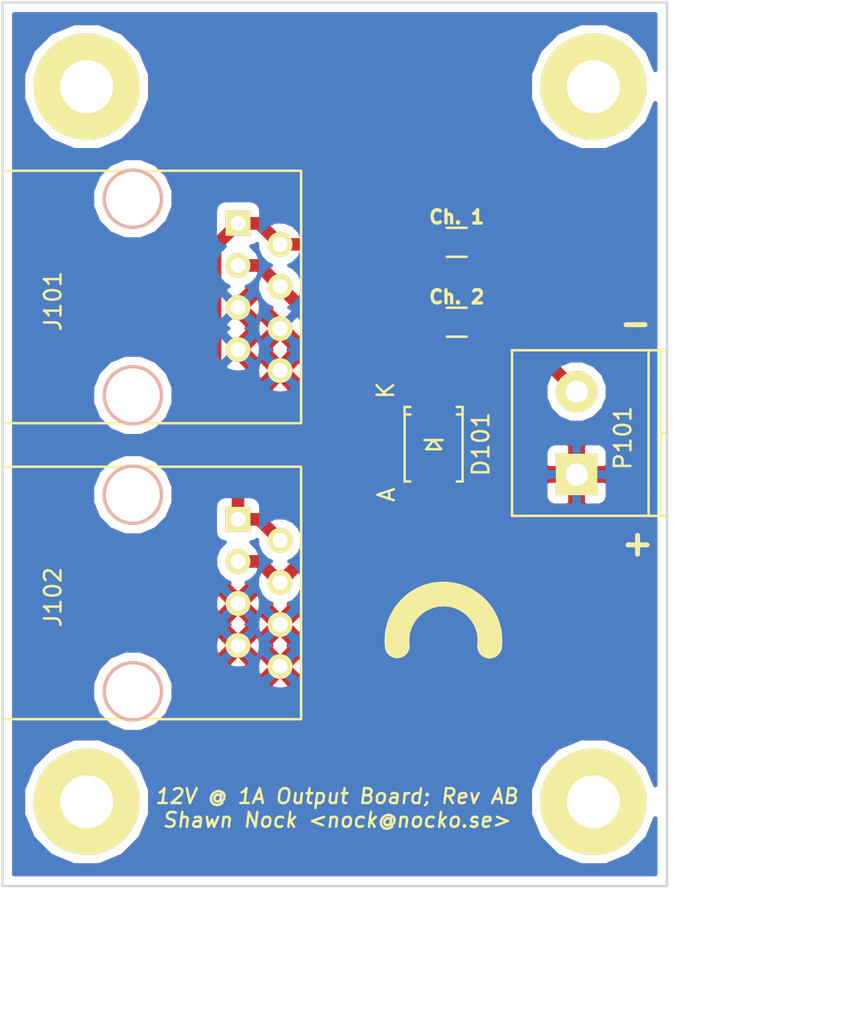
<source format=kicad_pcb>
(kicad_pcb (version 4) (host pcbnew 4.0.4-stable)

  (general
    (links 20)
    (no_connects 0)
    (area 111.684999 78.664999 151.967001 132.155001)
    (thickness 1.6)
    (drawings 13)
    (tracks 28)
    (zones 0)
    (modules 11)
    (nets 5)
  )

  (page USLetter)
  (title_block
    (title "12V @ 1A Output Board")
    (date 2016-09-24)
    (rev AB)
    (company "Shawn Nock <nock@nocko.se>")
  )

  (layers
    (0 F.Cu signal)
    (31 B.Cu signal)
    (32 B.Adhes user)
    (33 F.Adhes user)
    (34 B.Paste user)
    (35 F.Paste user)
    (36 B.SilkS user)
    (37 F.SilkS user)
    (38 B.Mask user)
    (39 F.Mask user)
    (40 Dwgs.User user)
    (41 Cmts.User user hide)
    (42 Eco1.User user)
    (43 Eco2.User user hide)
    (44 Edge.Cuts user)
    (45 Margin user)
    (46 B.CrtYd user)
    (47 F.CrtYd user)
    (48 B.Fab user)
    (49 F.Fab user hide)
  )

  (setup
    (last_trace_width 0.254)
    (trace_clearance 0.254)
    (zone_clearance 0.508)
    (zone_45_only no)
    (trace_min 0.2)
    (segment_width 0.2)
    (edge_width 0.15)
    (via_size 0.6858)
    (via_drill 0.3302)
    (via_min_size 0.4)
    (via_min_drill 0.3)
    (uvia_size 0.3)
    (uvia_drill 0.1)
    (uvias_allowed no)
    (uvia_min_size 0)
    (uvia_min_drill 0)
    (pcb_text_width 0.3)
    (pcb_text_size 1.5 1.5)
    (mod_edge_width 0.15)
    (mod_text_size 1 1)
    (mod_text_width 0.15)
    (pad_size 1.524 1.524)
    (pad_drill 0.762)
    (pad_to_mask_clearance 0.2)
    (aux_axis_origin 0 0)
    (visible_elements FFFFFF7F)
    (pcbplotparams
      (layerselection 0x010f0_80000001)
      (usegerberextensions true)
      (excludeedgelayer true)
      (linewidth 0.100000)
      (plotframeref false)
      (viasonmask false)
      (mode 1)
      (useauxorigin false)
      (hpglpennumber 1)
      (hpglpenspeed 20)
      (hpglpendiameter 15)
      (hpglpenoverlay 2)
      (psnegative false)
      (psa4output false)
      (plotreference true)
      (plotvalue true)
      (plotinvisibletext false)
      (padsonsilk false)
      (subtractmaskfromsilk false)
      (outputformat 1)
      (mirror false)
      (drillshape 0)
      (scaleselection 1)
      (outputdirectory gerber/))
  )

  (net 0 "")
  (net 1 +12V)
  (net 2 "Net-(D101-Pad2)")
  (net 3 /GND_CHAN1)
  (net 4 /GND_CHAN2)

  (net_class Default "This is the default net class."
    (clearance 0.254)
    (trace_width 0.254)
    (via_dia 0.6858)
    (via_drill 0.3302)
    (uvia_dia 0.3)
    (uvia_drill 0.1)
    (add_net +12V)
  )

  (net_class Power ""
    (clearance 0.254)
    (trace_width 0.762)
    (via_dia 0.6858)
    (via_drill 0.3302)
    (uvia_dia 0.3)
    (uvia_drill 0.1)
    (add_net /GND_CHAN1)
    (add_net /GND_CHAN2)
    (add_net "Net-(D101-Pad2)")
  )

  (module Mounting_Holes:MountingHole_3.2mm_M3_Pad (layer F.Cu) (tedit 57DC47C7) (tstamp 57DC47F2)
    (at 147.447 127)
    (descr "Mounting Hole 3.2mm, M3")
    (tags "mounting hole 3.2mm m3")
    (fp_text reference REF** (at 0 -4.2) (layer F.SilkS) hide
      (effects (font (size 1 1) (thickness 0.15)))
    )
    (fp_text value MountingHole_2.2mm_M2_Pad (at 0 4.2) (layer F.Fab)
      (effects (font (size 1 1) (thickness 0.15)))
    )
    (fp_circle (center 0 0) (end 3.2 0) (layer Cmts.User) (width 0.15))
    (fp_circle (center 0 0) (end 3.45 0) (layer F.CrtYd) (width 0.05))
    (pad 1 thru_hole circle (at 0 0) (size 6.4 6.4) (drill 3.2) (layers *.Cu *.Mask F.SilkS))
  )

  (module Diodes_SMD:SMA_Handsoldering (layer F.Cu) (tedit 552FF1AB) (tstamp 57D9AB10)
    (at 137.795 105.41 270)
    (descr "Diode SMA Handsoldering")
    (tags "Diode SMA Handsoldering")
    (path /57D9A9A8)
    (attr smd)
    (fp_text reference D101 (at 0 -2.85 270) (layer F.SilkS)
      (effects (font (size 1 1) (thickness 0.15)))
    )
    (fp_text value D (at 0.05 4.4 270) (layer F.Fab)
      (effects (font (size 1 1) (thickness 0.15)))
    )
    (fp_line (start -4.5 -2) (end 4.5 -2) (layer F.CrtYd) (width 0.05))
    (fp_line (start 4.5 -2) (end 4.5 2) (layer F.CrtYd) (width 0.05))
    (fp_line (start 4.5 2) (end -4.5 2) (layer F.CrtYd) (width 0.05))
    (fp_line (start -4.5 2) (end -4.5 -2) (layer F.CrtYd) (width 0.05))
    (fp_line (start -0.25 0) (end 0.3 -0.45) (layer F.SilkS) (width 0.15))
    (fp_line (start 0.3 -0.45) (end 0.3 0.45) (layer F.SilkS) (width 0.15))
    (fp_line (start 0.3 0.45) (end -0.25 0) (layer F.SilkS) (width 0.15))
    (fp_line (start -0.25 -0.55) (end -0.25 0.55) (layer F.SilkS) (width 0.15))
    (fp_text user K (at -3.25 2.9 270) (layer F.SilkS)
      (effects (font (size 1 1) (thickness 0.15)))
    )
    (fp_text user A (at 3.05 2.85 270) (layer F.SilkS)
      (effects (font (size 1 1) (thickness 0.15)))
    )
    (fp_line (start -1.79914 1.75006) (end -1.79914 1.39954) (layer F.SilkS) (width 0.15))
    (fp_line (start -1.79914 -1.75006) (end -1.79914 -1.39954) (layer F.SilkS) (width 0.15))
    (fp_line (start 2.25044 1.75006) (end 2.25044 1.39954) (layer F.SilkS) (width 0.15))
    (fp_line (start -2.25044 1.75006) (end -2.25044 1.39954) (layer F.SilkS) (width 0.15))
    (fp_line (start -2.25044 -1.75006) (end -2.25044 -1.39954) (layer F.SilkS) (width 0.15))
    (fp_line (start 2.25044 -1.75006) (end 2.25044 -1.39954) (layer F.SilkS) (width 0.15))
    (fp_line (start -2.25044 1.75006) (end 2.25044 1.75006) (layer F.SilkS) (width 0.15))
    (fp_line (start -2.25044 -1.75006) (end 2.25044 -1.75006) (layer F.SilkS) (width 0.15))
    (pad 1 smd rect (at -2.49936 0 270) (size 3.50012 1.80086) (layers F.Cu F.Paste F.Mask)
      (net 1 +12V))
    (pad 2 smd rect (at 2.49936 0 270) (size 3.50012 1.80086) (layers F.Cu F.Paste F.Mask)
      (net 2 "Net-(D101-Pad2)"))
    (model Diodes_SMD.3dshapes/SMA_Handsoldering.wrl
      (at (xyz 0 0 0))
      (scale (xyz 0.3937 0.3937 0.3937))
      (rotate (xyz 0 0 180))
    )
  )

  (module Connect:RJ45_8 (layer F.Cu) (tedit 0) (tstamp 57D9AB1E)
    (at 119.634 96.52 270)
    (tags RJ45)
    (path /57D9A58C)
    (fp_text reference J101 (at 0.254 4.826 270) (layer F.SilkS)
      (effects (font (size 1 1) (thickness 0.15)))
    )
    (fp_text value RJ45 (at 0.14224 -0.1016 270) (layer F.Fab)
      (effects (font (size 1 1) (thickness 0.15)))
    )
    (fp_line (start -7.62 7.874) (end 7.62 7.874) (layer F.SilkS) (width 0.15))
    (fp_line (start 7.62 7.874) (end 7.62 -10.16) (layer F.SilkS) (width 0.15))
    (fp_line (start 7.62 -10.16) (end -7.62 -10.16) (layer F.SilkS) (width 0.15))
    (fp_line (start -7.62 -10.16) (end -7.62 7.874) (layer F.SilkS) (width 0.15))
    (pad Hole np_thru_hole circle (at 5.93852 0 270) (size 3.64998 3.64998) (drill 3.2512) (layers *.Cu *.SilkS *.Mask))
    (pad Hole np_thru_hole circle (at -5.9309 0 270) (size 3.64998 3.64998) (drill 3.2512) (layers *.Cu *.SilkS *.Mask))
    (pad 1 thru_hole rect (at -4.445 -6.35 270) (size 1.50114 1.50114) (drill 0.89916) (layers *.Cu *.Mask F.SilkS)
      (net 3 /GND_CHAN1))
    (pad 2 thru_hole circle (at -3.175 -8.89 270) (size 1.50114 1.50114) (drill 0.89916) (layers *.Cu *.Mask F.SilkS)
      (net 3 /GND_CHAN1))
    (pad 3 thru_hole circle (at -1.905 -6.35 270) (size 1.50114 1.50114) (drill 0.89916) (layers *.Cu *.Mask F.SilkS)
      (net 4 /GND_CHAN2))
    (pad 4 thru_hole circle (at -0.635 -8.89 270) (size 1.50114 1.50114) (drill 0.89916) (layers *.Cu *.Mask F.SilkS)
      (net 4 /GND_CHAN2))
    (pad 5 thru_hole circle (at 0.635 -6.35 270) (size 1.50114 1.50114) (drill 0.89916) (layers *.Cu *.Mask F.SilkS)
      (net 1 +12V))
    (pad 6 thru_hole circle (at 1.905 -8.89 270) (size 1.50114 1.50114) (drill 0.89916) (layers *.Cu *.Mask F.SilkS)
      (net 1 +12V))
    (pad 7 thru_hole circle (at 3.175 -6.35 270) (size 1.50114 1.50114) (drill 0.89916) (layers *.Cu *.Mask F.SilkS)
      (net 1 +12V))
    (pad 8 thru_hole circle (at 4.445 -8.89 270) (size 1.50114 1.50114) (drill 0.89916) (layers *.Cu *.Mask F.SilkS)
      (net 1 +12V))
    (model Connect.3dshapes/RJ45_8.wrl
      (at (xyz 0 0 0))
      (scale (xyz 0.4 0.4 0.4))
      (rotate (xyz 0 0 0))
    )
  )

  (module Connect:RJ45_8 (layer F.Cu) (tedit 0) (tstamp 57D9AB2C)
    (at 119.634 114.3889 270)
    (tags RJ45)
    (path /57D9AB96)
    (fp_text reference J102 (at 0.254 4.826 270) (layer F.SilkS)
      (effects (font (size 1 1) (thickness 0.15)))
    )
    (fp_text value RJ45 (at 0.14224 -0.1016 270) (layer F.Fab)
      (effects (font (size 1 1) (thickness 0.15)))
    )
    (fp_line (start -7.62 7.874) (end 7.62 7.874) (layer F.SilkS) (width 0.15))
    (fp_line (start 7.62 7.874) (end 7.62 -10.16) (layer F.SilkS) (width 0.15))
    (fp_line (start 7.62 -10.16) (end -7.62 -10.16) (layer F.SilkS) (width 0.15))
    (fp_line (start -7.62 -10.16) (end -7.62 7.874) (layer F.SilkS) (width 0.15))
    (pad Hole np_thru_hole circle (at 5.93852 0 270) (size 3.64998 3.64998) (drill 3.2512) (layers *.Cu *.SilkS *.Mask))
    (pad Hole np_thru_hole circle (at -5.9309 0 270) (size 3.64998 3.64998) (drill 3.2512) (layers *.Cu *.SilkS *.Mask))
    (pad 1 thru_hole rect (at -4.445 -6.35 270) (size 1.50114 1.50114) (drill 0.89916) (layers *.Cu *.Mask F.SilkS)
      (net 3 /GND_CHAN1))
    (pad 2 thru_hole circle (at -3.175 -8.89 270) (size 1.50114 1.50114) (drill 0.89916) (layers *.Cu *.Mask F.SilkS)
      (net 3 /GND_CHAN1))
    (pad 3 thru_hole circle (at -1.905 -6.35 270) (size 1.50114 1.50114) (drill 0.89916) (layers *.Cu *.Mask F.SilkS)
      (net 4 /GND_CHAN2))
    (pad 4 thru_hole circle (at -0.635 -8.89 270) (size 1.50114 1.50114) (drill 0.89916) (layers *.Cu *.Mask F.SilkS)
      (net 4 /GND_CHAN2))
    (pad 5 thru_hole circle (at 0.635 -6.35 270) (size 1.50114 1.50114) (drill 0.89916) (layers *.Cu *.Mask F.SilkS)
      (net 1 +12V))
    (pad 6 thru_hole circle (at 1.905 -8.89 270) (size 1.50114 1.50114) (drill 0.89916) (layers *.Cu *.Mask F.SilkS)
      (net 1 +12V))
    (pad 7 thru_hole circle (at 3.175 -6.35 270) (size 1.50114 1.50114) (drill 0.89916) (layers *.Cu *.Mask F.SilkS)
      (net 1 +12V))
    (pad 8 thru_hole circle (at 4.445 -8.89 270) (size 1.50114 1.50114) (drill 0.89916) (layers *.Cu *.Mask F.SilkS)
      (net 1 +12V))
    (model Connect.3dshapes/RJ45_8.wrl
      (at (xyz 0 0 0))
      (scale (xyz 0.4 0.4 0.4))
      (rotate (xyz 0 0 0))
    )
  )

  (module Resistors_SMD:R_0805_HandSoldering (layer F.Cu) (tedit 57D9ADDC) (tstamp 57D9AB32)
    (at 139.192 93.218 180)
    (descr "Resistor SMD 0805, hand soldering")
    (tags "resistor 0805")
    (path /57D9A879)
    (attr smd)
    (fp_text reference JP101 (at 0 -2.1 180) (layer F.SilkS) hide
      (effects (font (size 1 1) (thickness 0.15)))
    )
    (fp_text value Jumper_NO_Small (at 0 2.1 180) (layer F.Fab)
      (effects (font (size 1 1) (thickness 0.15)))
    )
    (fp_line (start -2.4 -1) (end 2.4 -1) (layer F.CrtYd) (width 0.05))
    (fp_line (start -2.4 1) (end 2.4 1) (layer F.CrtYd) (width 0.05))
    (fp_line (start -2.4 -1) (end -2.4 1) (layer F.CrtYd) (width 0.05))
    (fp_line (start 2.4 -1) (end 2.4 1) (layer F.CrtYd) (width 0.05))
    (fp_line (start 0.6 0.875) (end -0.6 0.875) (layer F.SilkS) (width 0.15))
    (fp_line (start -0.6 -0.875) (end 0.6 -0.875) (layer F.SilkS) (width 0.15))
    (pad 1 smd rect (at -1.35 0 180) (size 1.5 1.3) (layers F.Cu F.Paste F.Mask)
      (net 2 "Net-(D101-Pad2)"))
    (pad 2 smd rect (at 1.35 0 180) (size 1.5 1.3) (layers F.Cu F.Paste F.Mask)
      (net 3 /GND_CHAN1))
    (model Resistors_SMD.3dshapes/R_0805_HandSoldering.wrl
      (at (xyz 0 0 0))
      (scale (xyz 1 1 1))
      (rotate (xyz 0 0 0))
    )
  )

  (module Resistors_SMD:R_0805_HandSoldering (layer F.Cu) (tedit 57D9ADE1) (tstamp 57D9AB38)
    (at 139.192 98.044 180)
    (descr "Resistor SMD 0805, hand soldering")
    (tags "resistor 0805")
    (path /57D9A8E5)
    (attr smd)
    (fp_text reference JP102 (at 0 -2.1 180) (layer F.SilkS) hide
      (effects (font (size 1 1) (thickness 0.15)))
    )
    (fp_text value Jumper_NO_Small (at 0 2.1 180) (layer F.Fab)
      (effects (font (size 1 1) (thickness 0.15)))
    )
    (fp_line (start -2.4 -1) (end 2.4 -1) (layer F.CrtYd) (width 0.05))
    (fp_line (start -2.4 1) (end 2.4 1) (layer F.CrtYd) (width 0.05))
    (fp_line (start -2.4 -1) (end -2.4 1) (layer F.CrtYd) (width 0.05))
    (fp_line (start 2.4 -1) (end 2.4 1) (layer F.CrtYd) (width 0.05))
    (fp_line (start 0.6 0.875) (end -0.6 0.875) (layer F.SilkS) (width 0.15))
    (fp_line (start -0.6 -0.875) (end 0.6 -0.875) (layer F.SilkS) (width 0.15))
    (pad 1 smd rect (at -1.35 0 180) (size 1.5 1.3) (layers F.Cu F.Paste F.Mask)
      (net 2 "Net-(D101-Pad2)"))
    (pad 2 smd rect (at 1.35 0 180) (size 1.5 1.3) (layers F.Cu F.Paste F.Mask)
      (net 4 /GND_CHAN2))
    (model Resistors_SMD.3dshapes/R_0805_HandSoldering.wrl
      (at (xyz 0 0 0))
      (scale (xyz 1 1 1))
      (rotate (xyz 0 0 0))
    )
  )

  (module escape-canada:escape-canada-lock (layer F.Cu) (tedit 57D8585C) (tstamp 57D9AFDD)
    (at 138.43 120.523)
    (fp_text reference G*** (at 0 0) (layer F.SilkS) hide
      (effects (font (thickness 0.3)))
    )
    (fp_text value LOGO (at 0.75 0) (layer F.SilkS) hide
      (effects (font (thickness 0.3)))
    )
    (fp_arc (start -0.04 -3.26) (end -2.83 -2.94) (angle 193.4) (layer F.SilkS) (width 1.5))
    (fp_poly (pts (xy -4.435877 -3.432986) (xy -4.349535 -3.412512) (xy -4.217639 -3.378295) (xy -4.047882 -3.332388)
      (xy -3.847957 -3.276848) (xy -3.625555 -3.213728) (xy -3.558627 -3.194494) (xy -3.318115 -3.125182)
      (xy -3.03022 -3.042218) (xy -2.708576 -2.94953) (xy -2.366818 -2.851049) (xy -2.018581 -2.750702)
      (xy -1.677498 -2.652419) (xy -1.369363 -2.563632) (xy -0.07555 -2.190832) (xy -0.07555 -1.036916)
      (xy -0.076181 -0.773425) (xy -0.077976 -0.531176) (xy -0.080791 -0.317206) (xy -0.084479 -0.13855)
      (xy -0.088895 -0.002244) (xy -0.093894 0.084675) (xy -0.09933 0.115172) (xy -0.099363 0.115171)
      (xy -0.135462 0.102187) (xy -0.218364 0.067768) (xy -0.337013 0.016637) (xy -0.480348 -0.046486)
      (xy -0.535925 -0.071263) (xy -0.948675 -0.255869) (xy -0.980425 -1.422585) (xy -2.23455 -1.811407)
      (xy -2.504767 -1.895016) (xy -2.756138 -1.972473) (xy -2.982193 -2.041808) (xy -3.176462 -2.10105)
      (xy -3.332472 -2.148229) (xy -3.443755 -2.181376) (xy -3.503838 -2.198519) (xy -3.512488 -2.200489)
      (xy -3.518844 -2.170194) (xy -3.52456 -2.084688) (xy -3.5294 -1.952261) (xy -3.533128 -1.781201)
      (xy -3.535506 -1.579796) (xy -3.5363 -1.366461) (xy -3.5363 -0.532172) (xy -3.052113 -0.412749)
      (xy -2.685763 -0.321623) (xy -2.369136 -0.24126) (xy -2.104125 -0.172179) (xy -1.892624 -0.1149)
      (xy -1.736529 -0.06994) (xy -1.637733 -0.037817) (xy -1.598131 -0.019052) (xy -1.599878 -0.015183)
      (xy -1.641352 -0.006786) (xy -1.737497 0.0099) (xy -1.880214 0.033556) (xy -2.061405 0.062864)
      (xy -2.27297 0.096505) (xy -2.506812 0.13316) (xy -2.59812 0.147341) (xy -3.552175 0.295136)
      (xy -3.569027 2.118704) (xy -3.497101 2.102971) (xy -3.449852 2.093925) (xy -3.350219 2.075762)
      (xy -3.206477 2.049939) (xy -3.026901 2.017913) (xy -2.819766 1.98114) (xy -2.593345 1.941078)
      (xy -2.355915 1.899183) (xy -2.115749 1.856911) (xy -1.881123 1.815719) (xy -1.660311 1.777064)
      (xy -1.461587 1.742402) (xy -1.293226 1.71319) (xy -1.163504 1.690885) (xy -1.080694 1.676943)
      (xy -1.05317 1.67275) (xy -1.046395 1.642777) (xy -1.038068 1.559882) (xy -1.028986 1.434597)
      (xy -1.019945 1.277459) (xy -1.014183 1.156812) (xy -1.00529 0.982005) (xy -0.995279 0.82999)
      (xy -0.985063 0.711864) (xy -0.975556 0.638727) (xy -0.970078 0.620457) (xy -0.933039 0.603943)
      (xy -0.847492 0.57369) (xy -0.725845 0.533881) (xy -0.580508 0.488698) (xy -0.567675 0.484809)
      (xy -0.417028 0.439208) (xy -0.285015 0.399176) (xy -0.185471 0.368914) (xy -0.132234 0.352623)
      (xy -0.131113 0.352274) (xy -0.116042 0.350847) (xy -0.103964 0.361077) (xy -0.094551 0.389149)
      (xy -0.087472 0.44125) (xy -0.082399 0.523565) (xy -0.079002 0.64228) (xy -0.076951 0.80358)
      (xy -0.075917 1.013651) (xy -0.07557 1.278679) (xy -0.07555 1.395434) (xy -0.075551 2.455898)
      (xy -2.115488 2.908613) (xy -2.471033 2.987538) (xy -2.81244 3.063365) (xy -3.133963 3.134815)
      (xy -3.42986 3.20061) (xy -3.694387 3.259472) (xy -3.921799 3.310121) (xy -4.106353 3.351281)
      (xy -4.242306 3.381673) (xy -4.323912 3.400018) (xy -4.337988 3.403223) (xy -4.52055 3.445118)
      (xy -4.52055 1.941948) (xy -4.520614 1.594295) (xy -4.520954 1.304742) (xy -4.521796 1.067893)
      (xy -4.523365 0.878347) (xy -4.525885 0.730705) (xy -4.529583 0.61957) (xy -4.534682 0.539543)
      (xy -4.541409 0.485223) (xy -4.549987 0.451214) (xy -4.560643 0.432116) (xy -4.573601 0.42253)
      (xy -4.58405 0.418625) (xy -4.61088 0.405642) (xy -4.628885 0.379519) (xy -4.639806 0.329191)
      (xy -4.645386 0.243593) (xy -4.647365 0.11166) (xy -4.647551 0.015173) (xy -4.645964 -0.155328)
      (xy -4.640409 -0.272734) (xy -4.629694 -0.347389) (xy -4.612629 -0.38964) (xy -4.59935 -0.403375)
      (xy -4.587785 -0.419273) (xy -4.577701 -0.452293) (xy -4.568819 -0.507625) (xy -4.560861 -0.590458)
      (xy -4.553549 -0.705982) (xy -4.546606 -0.859385) (xy -4.539752 -1.055858) (xy -4.532709 -1.300589)
      (xy -4.525201 -1.598769) (xy -4.517509 -1.930696) (xy -4.510408 -2.232297) (xy -4.503194 -2.514112)
      (xy -4.496068 -2.76986) (xy -4.489233 -2.993259) (xy -4.48289 -3.178027) (xy -4.477242 -3.317884)
      (xy -4.472492 -3.406547) (xy -4.468974 -3.437661) (xy -4.435877 -3.432986)) (layer F.Cu) (width 0.01))
    (fp_poly (pts (xy -4.435877 -3.432986) (xy -4.349535 -3.412512) (xy -4.217639 -3.378295) (xy -4.047882 -3.332388)
      (xy -3.847957 -3.276848) (xy -3.625555 -3.213728) (xy -3.558627 -3.194494) (xy -3.318115 -3.125182)
      (xy -3.03022 -3.042218) (xy -2.708576 -2.94953) (xy -2.366818 -2.851049) (xy -2.018581 -2.750702)
      (xy -1.677498 -2.652419) (xy -1.369363 -2.563632) (xy -0.07555 -2.190832) (xy -0.07555 -1.036916)
      (xy -0.076181 -0.773425) (xy -0.077976 -0.531176) (xy -0.080791 -0.317206) (xy -0.084479 -0.13855)
      (xy -0.088895 -0.002244) (xy -0.093894 0.084675) (xy -0.09933 0.115172) (xy -0.099363 0.115171)
      (xy -0.135462 0.102187) (xy -0.218364 0.067768) (xy -0.337013 0.016637) (xy -0.480348 -0.046486)
      (xy -0.535925 -0.071263) (xy -0.948675 -0.255869) (xy -0.980425 -1.422585) (xy -2.23455 -1.811407)
      (xy -2.504767 -1.895016) (xy -2.756138 -1.972473) (xy -2.982193 -2.041808) (xy -3.176462 -2.10105)
      (xy -3.332472 -2.148229) (xy -3.443755 -2.181376) (xy -3.503838 -2.198519) (xy -3.512488 -2.200489)
      (xy -3.518844 -2.170194) (xy -3.52456 -2.084688) (xy -3.5294 -1.952261) (xy -3.533128 -1.781201)
      (xy -3.535506 -1.579796) (xy -3.5363 -1.366461) (xy -3.5363 -0.532172) (xy -3.052113 -0.412749)
      (xy -2.685763 -0.321623) (xy -2.369136 -0.24126) (xy -2.104125 -0.172179) (xy -1.892624 -0.1149)
      (xy -1.736529 -0.06994) (xy -1.637733 -0.037817) (xy -1.598131 -0.019052) (xy -1.599878 -0.015183)
      (xy -1.641352 -0.006786) (xy -1.737497 0.0099) (xy -1.880214 0.033556) (xy -2.061405 0.062864)
      (xy -2.27297 0.096505) (xy -2.506812 0.13316) (xy -2.59812 0.147341) (xy -3.552175 0.295136)
      (xy -3.569027 2.118704) (xy -3.497101 2.102971) (xy -3.449852 2.093925) (xy -3.350219 2.075762)
      (xy -3.206477 2.049939) (xy -3.026901 2.017913) (xy -2.819766 1.98114) (xy -2.593345 1.941078)
      (xy -2.355915 1.899183) (xy -2.115749 1.856911) (xy -1.881123 1.815719) (xy -1.660311 1.777064)
      (xy -1.461587 1.742402) (xy -1.293226 1.71319) (xy -1.163504 1.690885) (xy -1.080694 1.676943)
      (xy -1.05317 1.67275) (xy -1.046395 1.642777) (xy -1.038068 1.559882) (xy -1.028986 1.434597)
      (xy -1.019945 1.277459) (xy -1.014183 1.156812) (xy -1.00529 0.982005) (xy -0.995279 0.82999)
      (xy -0.985063 0.711864) (xy -0.975556 0.638727) (xy -0.970078 0.620457) (xy -0.933039 0.603943)
      (xy -0.847492 0.57369) (xy -0.725845 0.533881) (xy -0.580508 0.488698) (xy -0.567675 0.484809)
      (xy -0.417028 0.439208) (xy -0.285015 0.399176) (xy -0.185471 0.368914) (xy -0.132234 0.352623)
      (xy -0.131113 0.352274) (xy -0.116042 0.350847) (xy -0.103964 0.361077) (xy -0.094551 0.389149)
      (xy -0.087472 0.44125) (xy -0.082399 0.523565) (xy -0.079002 0.64228) (xy -0.076951 0.80358)
      (xy -0.075917 1.013651) (xy -0.07557 1.278679) (xy -0.07555 1.395434) (xy -0.075551 2.455898)
      (xy -2.115488 2.908613) (xy -2.471033 2.987538) (xy -2.81244 3.063365) (xy -3.133963 3.134815)
      (xy -3.42986 3.20061) (xy -3.694387 3.259472) (xy -3.921799 3.310121) (xy -4.106353 3.351281)
      (xy -4.242306 3.381673) (xy -4.323912 3.400018) (xy -4.337988 3.403223) (xy -4.52055 3.445118)
      (xy -4.52055 1.941948) (xy -4.520614 1.594295) (xy -4.520954 1.304742) (xy -4.521796 1.067893)
      (xy -4.523365 0.878347) (xy -4.525885 0.730705) (xy -4.529583 0.61957) (xy -4.534682 0.539543)
      (xy -4.541409 0.485223) (xy -4.549987 0.451214) (xy -4.560643 0.432116) (xy -4.573601 0.42253)
      (xy -4.58405 0.418625) (xy -4.61088 0.405642) (xy -4.628885 0.379519) (xy -4.639806 0.329191)
      (xy -4.645386 0.243593) (xy -4.647365 0.11166) (xy -4.647551 0.015173) (xy -4.645964 -0.155328)
      (xy -4.640409 -0.272734) (xy -4.629694 -0.347389) (xy -4.612629 -0.38964) (xy -4.59935 -0.403375)
      (xy -4.587785 -0.419273) (xy -4.577701 -0.452293) (xy -4.568819 -0.507625) (xy -4.560861 -0.590458)
      (xy -4.553549 -0.705982) (xy -4.546606 -0.859385) (xy -4.539752 -1.055858) (xy -4.532709 -1.300589)
      (xy -4.525201 -1.598769) (xy -4.517509 -1.930696) (xy -4.510408 -2.232297) (xy -4.503194 -2.514112)
      (xy -4.496068 -2.76986) (xy -4.489233 -2.993259) (xy -4.48289 -3.178027) (xy -4.477242 -3.317884)
      (xy -4.472492 -3.406547) (xy -4.468974 -3.437661) (xy -4.435877 -3.432986)) (layer F.Mask) (width 0.01))
    (fp_poly (pts (xy 4.469229 -3.427404) (xy 4.47293 -3.393606) (xy 4.477697 -3.302603) (xy 4.483329 -3.160679)
      (xy 4.489627 -2.974116) (xy 4.49639 -2.749199) (xy 4.503418 -2.49221) (xy 4.510512 -2.209431)
      (xy 4.517169 -1.920896) (xy 4.525192 -1.568578) (xy 4.532502 -1.274533) (xy 4.539378 -1.033544)
      (xy 4.546098 -0.84039) (xy 4.552942 -0.689854) (xy 4.560188 -0.576717) (xy 4.568117 -0.49576)
      (xy 4.577007 -0.441764) (xy 4.587137 -0.409511) (xy 4.598786 -0.393782) (xy 4.59885 -0.393735)
      (xy 4.620313 -0.365821) (xy 4.63468 -0.312279) (xy 4.643167 -0.222651) (xy 4.646989 -0.086482)
      (xy 4.64755 0.025173) (xy 4.646801 0.187392) (xy 4.643402 0.297175) (xy 4.63562 0.365579)
      (xy 4.621722 0.403662) (xy 4.599975 0.422481) (xy 4.584356 0.428527) (xy 4.56971 0.434817)
      (xy 4.55748 0.447172) (xy 4.547412 0.470998) (xy 4.539251 0.511702) (xy 4.532743 0.574689)
      (xy 4.527634 0.665365) (xy 4.52367 0.789136) (xy 4.520596 0.951407) (xy 4.518157 1.157586)
      (xy 4.516101 1.413077) (xy 4.514171 1.723287) (xy 4.512919 1.947096) (xy 4.504675 3.445607)
      (xy 2.290112 2.956214) (xy 0.075549 2.466822) (xy 0.07555 1.405896) (xy 0.075721 1.118226)
      (xy 0.076453 0.887871) (xy 0.078077 0.708647) (xy 0.080921 0.574367) (xy 0.085314 0.478848)
      (xy 0.091587 0.415904) (xy 0.100067 0.379351) (xy 0.111084 0.363004) (xy 0.124968 0.360679)
      (xy 0.131112 0.3622) (xy 0.181874 0.377662) (xy 0.279607 0.407209) (xy 0.410465 0.44666)
      (xy 0.560601 0.491836) (xy 0.567675 0.493963) (xy 0.714473 0.539212) (xy 0.8386 0.57958)
      (xy 0.927636 0.61088) (xy 0.969159 0.62892) (xy 0.970077 0.629685) (xy 0.978611 0.667059)
      (xy 0.988459 0.756774) (xy 0.998709 0.887711) (xy 1.008448 1.04875) (xy 1.014182 1.166812)
      (xy 1.02304 1.339705) (xy 1.03302 1.487961) (xy 1.043219 1.601044) (xy 1.052734 1.668418)
      (xy 1.058393 1.68275) (xy 1.09371 1.688079) (xy 1.183234 1.703092) (xy 1.318655 1.726324)
      (xy 1.491668 1.75631) (xy 1.693962 1.791587) (xy 1.917232 1.83069) (xy 2.153169 1.872155)
      (xy 2.393465 1.914518) (xy 2.629813 1.956315) (xy 2.853904 1.996081) (xy 3.057431 2.032353)
      (xy 3.232086 2.063665) (xy 3.369562 2.088554) (xy 3.46155 2.105556) (xy 3.4971 2.11256)
      (xy 3.569026 2.128704) (xy 3.5606 1.215695) (xy 3.552175 0.302686) (xy 2.59626 0.155496)
      (xy 2.356061 0.118271) (xy 2.135235 0.083591) (xy 1.941846 0.052759) (xy 1.783964 0.027076)
      (xy 1.669654 0.007848) (xy 1.606984 -0.003625) (xy 1.598381 -0.005682) (xy 1.617272 -0.016532)
      (xy 1.689901 -0.040598) (xy 1.808388 -0.075759) (xy 1.964851 -0.119892) (xy 2.151409 -0.170876)
      (xy 2.36018 -0.22659) (xy 2.583283 -0.284912) (xy 2.812837 -0.343719) (xy 3.040961 -0.400892)
      (xy 3.259774 -0.454307) (xy 3.306112 -0.465399) (xy 3.5363 -0.520277) (xy 3.5363 -1.355514)
      (xy 3.535434 -1.578314) (xy 3.532994 -1.778701) (xy 3.529217 -1.948391) (xy 3.524338 -2.079098)
      (xy 3.518594 -2.162541) (xy 3.512487 -2.190489) (xy 3.477982 -2.181323) (xy 3.389317 -2.155252)
      (xy 3.252964 -2.114247) (xy 3.075393 -2.060279) (xy 2.863076 -1.995316) (xy 2.622482 -1.92133)
      (xy 2.360083 -1.840291) (xy 2.23455 -1.801407) (xy 0.980425 -1.412585) (xy 0.948675 -0.245869)
      (xy 0.535925 -0.061263) (xy 0.386402 0.005022) (xy 0.257582 0.06102) (xy 0.160522 0.102006)
      (xy 0.106281 0.12326) (xy 0.099362 0.125171) (xy 0.093923 0.095025) (xy 0.088921 0.008415)
      (xy 0.084501 -0.127622) (xy 0.080809 -0.30605) (xy 0.077989 -0.519834) (xy 0.076187 -0.761936)
      (xy 0.07555 -1.025322) (xy 0.07555 -2.180779) (xy 1.591612 -2.617209) (xy 1.919209 -2.711526)
      (xy 2.252048 -2.807374) (xy 2.58035 -2.901935) (xy 2.894335 -2.992391) (xy 3.184221 -3.075924)
      (xy 3.440229 -3.149717) (xy 3.652579 -3.210952) (xy 3.780973 -3.248) (xy 3.977211 -3.303814)
      (xy 4.152278 -3.352014) (xy 4.297245 -3.390273) (xy 4.403183 -3.416264) (xy 4.461164 -3.427658)
      (xy 4.469229 -3.427404)) (layer F.Cu) (width 0.01))
    (fp_poly (pts (xy 4.469229 -3.427404) (xy 4.47293 -3.393606) (xy 4.477697 -3.302603) (xy 4.483329 -3.160679)
      (xy 4.489627 -2.974116) (xy 4.49639 -2.749199) (xy 4.503418 -2.49221) (xy 4.510512 -2.209431)
      (xy 4.517169 -1.920896) (xy 4.525192 -1.568578) (xy 4.532502 -1.274533) (xy 4.539378 -1.033544)
      (xy 4.546098 -0.84039) (xy 4.552942 -0.689854) (xy 4.560188 -0.576717) (xy 4.568117 -0.49576)
      (xy 4.577007 -0.441764) (xy 4.587137 -0.409511) (xy 4.598786 -0.393782) (xy 4.59885 -0.393735)
      (xy 4.620313 -0.365821) (xy 4.63468 -0.312279) (xy 4.643167 -0.222651) (xy 4.646989 -0.086482)
      (xy 4.64755 0.025173) (xy 4.646801 0.187392) (xy 4.643402 0.297175) (xy 4.63562 0.365579)
      (xy 4.621722 0.403662) (xy 4.599975 0.422481) (xy 4.584356 0.428527) (xy 4.56971 0.434817)
      (xy 4.55748 0.447172) (xy 4.547412 0.470998) (xy 4.539251 0.511702) (xy 4.532743 0.574689)
      (xy 4.527634 0.665365) (xy 4.52367 0.789136) (xy 4.520596 0.951407) (xy 4.518157 1.157586)
      (xy 4.516101 1.413077) (xy 4.514171 1.723287) (xy 4.512919 1.947096) (xy 4.504675 3.445607)
      (xy 2.290112 2.956214) (xy 0.075549 2.466822) (xy 0.07555 1.405896) (xy 0.075721 1.118226)
      (xy 0.076453 0.887871) (xy 0.078077 0.708647) (xy 0.080921 0.574367) (xy 0.085314 0.478848)
      (xy 0.091587 0.415904) (xy 0.100067 0.379351) (xy 0.111084 0.363004) (xy 0.124968 0.360679)
      (xy 0.131112 0.3622) (xy 0.181874 0.377662) (xy 0.279607 0.407209) (xy 0.410465 0.44666)
      (xy 0.560601 0.491836) (xy 0.567675 0.493963) (xy 0.714473 0.539212) (xy 0.8386 0.57958)
      (xy 0.927636 0.61088) (xy 0.969159 0.62892) (xy 0.970077 0.629685) (xy 0.978611 0.667059)
      (xy 0.988459 0.756774) (xy 0.998709 0.887711) (xy 1.008448 1.04875) (xy 1.014182 1.166812)
      (xy 1.02304 1.339705) (xy 1.03302 1.487961) (xy 1.043219 1.601044) (xy 1.052734 1.668418)
      (xy 1.058393 1.68275) (xy 1.09371 1.688079) (xy 1.183234 1.703092) (xy 1.318655 1.726324)
      (xy 1.491668 1.75631) (xy 1.693962 1.791587) (xy 1.917232 1.83069) (xy 2.153169 1.872155)
      (xy 2.393465 1.914518) (xy 2.629813 1.956315) (xy 2.853904 1.996081) (xy 3.057431 2.032353)
      (xy 3.232086 2.063665) (xy 3.369562 2.088554) (xy 3.46155 2.105556) (xy 3.4971 2.11256)
      (xy 3.569026 2.128704) (xy 3.5606 1.215695) (xy 3.552175 0.302686) (xy 2.59626 0.155496)
      (xy 2.356061 0.118271) (xy 2.135235 0.083591) (xy 1.941846 0.052759) (xy 1.783964 0.027076)
      (xy 1.669654 0.007848) (xy 1.606984 -0.003625) (xy 1.598381 -0.005682) (xy 1.617272 -0.016532)
      (xy 1.689901 -0.040598) (xy 1.808388 -0.075759) (xy 1.964851 -0.119892) (xy 2.151409 -0.170876)
      (xy 2.36018 -0.22659) (xy 2.583283 -0.284912) (xy 2.812837 -0.343719) (xy 3.040961 -0.400892)
      (xy 3.259774 -0.454307) (xy 3.306112 -0.465399) (xy 3.5363 -0.520277) (xy 3.5363 -1.355514)
      (xy 3.535434 -1.578314) (xy 3.532994 -1.778701) (xy 3.529217 -1.948391) (xy 3.524338 -2.079098)
      (xy 3.518594 -2.162541) (xy 3.512487 -2.190489) (xy 3.477982 -2.181323) (xy 3.389317 -2.155252)
      (xy 3.252964 -2.114247) (xy 3.075393 -2.060279) (xy 2.863076 -1.995316) (xy 2.622482 -1.92133)
      (xy 2.360083 -1.840291) (xy 2.23455 -1.801407) (xy 0.980425 -1.412585) (xy 0.948675 -0.245869)
      (xy 0.535925 -0.061263) (xy 0.386402 0.005022) (xy 0.257582 0.06102) (xy 0.160522 0.102006)
      (xy 0.106281 0.12326) (xy 0.099362 0.125171) (xy 0.093923 0.095025) (xy 0.088921 0.008415)
      (xy 0.084501 -0.127622) (xy 0.080809 -0.30605) (xy 0.077989 -0.519834) (xy 0.076187 -0.761936)
      (xy 0.07555 -1.025322) (xy 0.07555 -2.180779) (xy 1.591612 -2.617209) (xy 1.919209 -2.711526)
      (xy 2.252048 -2.807374) (xy 2.58035 -2.901935) (xy 2.894335 -2.992391) (xy 3.184221 -3.075924)
      (xy 3.440229 -3.149717) (xy 3.652579 -3.210952) (xy 3.780973 -3.248) (xy 3.977211 -3.303814)
      (xy 4.152278 -3.352014) (xy 4.297245 -3.390273) (xy 4.403183 -3.416264) (xy 4.461164 -3.427658)
      (xy 4.469229 -3.427404)) (layer F.Mask) (width 0.01))
  )

  (module nocko:TerminalBlock_Pheonix_PT-5mm_2pol (layer F.Cu) (tedit 57C404E0) (tstamp 57DC4660)
    (at 146.431 107.235 90)
    (descr "2-way 5mm pitch terminal block, Phoenix PT series")
    (path /57D9A6E6)
    (fp_text reference P101 (at 2.206 2.794 270) (layer F.SilkS)
      (effects (font (size 1 1) (thickness 0.15)))
    )
    (fp_text value CONN_01X02 (at 1.75 10.3 90) (layer F.Fab)
      (effects (font (size 1 1) (thickness 0.15)))
    )
    (fp_line (start -2.5 5.1) (end -2.5 5.5) (layer F.SilkS) (width 0.15))
    (fp_line (start -2.5 5.1) (end -1 5.1) (layer F.SilkS) (width 0.15))
    (fp_line (start -2.5 4.5) (end -2.5 5.1) (layer F.SilkS) (width 0.15))
    (fp_line (start -1 4.35) (end -2.5 4.35) (layer F.SilkS) (width 0.15))
    (fp_line (start 6 5.1) (end 7.5 5.1) (layer F.SilkS) (width 0.15))
    (fp_line (start 6 4.35) (end 7.5 4.35) (layer F.SilkS) (width 0.15))
    (fp_line (start 7.5 5) (end 7.5 5.5) (layer F.SilkS) (width 0.15))
    (fp_line (start 7.5 -3.9) (end 5.2 -3.9) (layer F.SilkS) (width 0.15))
    (fp_line (start 7.5 -2.6) (end 7.5 -3.9) (layer F.SilkS) (width 0.15))
    (fp_line (start -2.5 -3.9) (end -1.8 -3.9) (layer F.SilkS) (width 0.15))
    (fp_line (start -2.5 -3.1) (end -2.5 -3.9) (layer F.SilkS) (width 0.15))
    (fp_line (start -1.9 -3.3) (end 5.4 -3.3) (layer F.CrtYd) (width 0.05))
    (fp_line (start -2.5 5) (end -2.5 -3) (layer F.CrtYd) (width 0.05))
    (fp_line (start 5.4 4.7) (end -1.9 4.7) (layer F.CrtYd) (width 0.05))
    (fp_line (start 7.4 -2.8) (end 7.4 5.2) (layer F.CrtYd) (width 0.05))
    (fp_line (start 2.5 5.1) (end 2.5 5.5) (layer F.SilkS) (width 0.15))
    (fp_line (start -1 4.35) (end 6 4.35) (layer F.SilkS) (width 0.15))
    (fp_line (start -1 5.1) (end 6 5.1) (layer F.SilkS) (width 0.15))
    (fp_line (start -2.5 -3.1) (end -2.5 4.5) (layer F.SilkS) (width 0.15))
    (fp_line (start 7.5 5) (end 7.5 -2.6) (layer F.SilkS) (width 0.15))
    (fp_line (start 5.25 -3.9) (end -1.75 -3.9) (layer F.SilkS) (width 0.15))
    (pad 2 thru_hole circle (at 5 0 90) (size 2.5 2.5) (drill 1.35) (layers *.Cu *.Mask F.SilkS)
      (net 2 "Net-(D101-Pad2)"))
    (pad 1 thru_hole rect (at 0 0 90) (size 2.5 2.5) (drill 1.35) (layers *.Cu *.Mask F.SilkS)
      (net 1 +12V))
    (model Terminal_Blocks.3dshapes/TerminalBlock_Pheonix_PT-3.5mm_2pol.wrl
      (at (xyz 0 0 0))
      (scale (xyz 1 1 1))
      (rotate (xyz 0 0 0))
    )
  )

  (module Mounting_Holes:MountingHole_3.2mm_M3_Pad (layer F.Cu) (tedit 57DC47D0) (tstamp 57D9ABF1)
    (at 116.84 83.82)
    (descr "Mounting Hole 3.2mm, M3")
    (tags "mounting hole 3.2mm m3")
    (fp_text reference REF** (at 0 -4.2) (layer F.SilkS) hide
      (effects (font (size 1 1) (thickness 0.15)))
    )
    (fp_text value MountingHole_2.2mm_M2_Pad (at 0 4.2) (layer F.Fab)
      (effects (font (size 1 1) (thickness 0.15)))
    )
    (fp_circle (center 0 0) (end 3.2 0) (layer Cmts.User) (width 0.15))
    (fp_circle (center 0 0) (end 3.45 0) (layer F.CrtYd) (width 0.05))
    (pad 1 thru_hole circle (at 0 0) (size 6.4 6.4) (drill 3.2) (layers *.Cu *.Mask F.SilkS))
  )

  (module Mounting_Holes:MountingHole_3.2mm_M3_Pad (layer F.Cu) (tedit 57DC47C7) (tstamp 57D9ABFE)
    (at 116.84 127)
    (descr "Mounting Hole 3.2mm, M3")
    (tags "mounting hole 3.2mm m3")
    (fp_text reference REF** (at 0 -4.2) (layer F.SilkS) hide
      (effects (font (size 1 1) (thickness 0.15)))
    )
    (fp_text value MountingHole_2.2mm_M2_Pad (at 0 4.2) (layer F.Fab)
      (effects (font (size 1 1) (thickness 0.15)))
    )
    (fp_circle (center 0 0) (end 3.2 0) (layer Cmts.User) (width 0.15))
    (fp_circle (center 0 0) (end 3.45 0) (layer F.CrtYd) (width 0.05))
    (pad 1 thru_hole circle (at 0 0) (size 6.4 6.4) (drill 3.2) (layers *.Cu *.Mask F.SilkS))
  )

  (module Mounting_Holes:MountingHole_3.2mm_M3_Pad (layer F.Cu) (tedit 57DC47CD) (tstamp 57D9B13B)
    (at 147.447 83.82)
    (descr "Mounting Hole 3.2mm, M3")
    (tags "mounting hole 3.2mm m3")
    (fp_text reference REF** (at 0 -4.2) (layer F.SilkS) hide
      (effects (font (size 1 1) (thickness 0.15)))
    )
    (fp_text value MountingHole_2.2mm_M2_Pad (at 0 4.2) (layer F.Fab)
      (effects (font (size 1 1) (thickness 0.15)))
    )
    (fp_circle (center 0 0) (end 3.2 0) (layer Cmts.User) (width 0.15))
    (fp_circle (center 0 0) (end 3.45 0) (layer F.CrtYd) (width 0.05))
    (pad 1 thru_hole circle (at 0 0) (size 6.4 6.4) (drill 3.2) (layers *.Cu *.Mask F.SilkS))
  )

  (dimension 40.132 (width 0.3) (layer Eco1.User)
    (gr_text "40.132 mm" (at 131.826 141.05) (layer Eco1.User)
      (effects (font (size 1.5 1.5) (thickness 0.3)))
    )
    (feature1 (pts (xy 151.892 132.08) (xy 151.892 142.4)))
    (feature2 (pts (xy 111.76 132.08) (xy 111.76 142.4)))
    (crossbar (pts (xy 111.76 139.7) (xy 151.892 139.7)))
    (arrow1a (pts (xy 151.892 139.7) (xy 150.765496 140.286421)))
    (arrow1b (pts (xy 151.892 139.7) (xy 150.765496 139.113579)))
    (arrow2a (pts (xy 111.76 139.7) (xy 112.886504 140.286421)))
    (arrow2b (pts (xy 111.76 139.7) (xy 112.886504 139.113579)))
  )
  (dimension 53.34 (width 0.3) (layer Eco1.User)
    (gr_text "53.340 mm" (at 161.243 105.41 270) (layer Eco1.User)
      (effects (font (size 1.5 1.5) (thickness 0.3)))
    )
    (feature1 (pts (xy 151.892 132.08) (xy 162.593 132.08)))
    (feature2 (pts (xy 151.892 78.74) (xy 162.593 78.74)))
    (crossbar (pts (xy 159.893 78.74) (xy 159.893 132.08)))
    (arrow1a (pts (xy 159.893 132.08) (xy 159.306579 130.953496)))
    (arrow1b (pts (xy 159.893 132.08) (xy 160.479421 130.953496)))
    (arrow2a (pts (xy 159.893 78.74) (xy 159.306579 79.866504)))
    (arrow2b (pts (xy 159.893 78.74) (xy 160.479421 79.866504)))
  )
  (dimension 40.132 (width 0.3) (layer Eco1.User)
    (gr_text "1.5800 in" (at 131.826 135.97) (layer Eco1.User) (tstamp 57DC47FF)
      (effects (font (size 1.5 1.5) (thickness 0.3)))
    )
    (feature1 (pts (xy 151.892 132.08) (xy 151.892 137.32)))
    (feature2 (pts (xy 111.76 132.08) (xy 111.76 137.32)))
    (crossbar (pts (xy 111.76 134.62) (xy 151.892 134.62)))
    (arrow1a (pts (xy 151.892 134.62) (xy 150.765496 135.206421)))
    (arrow1b (pts (xy 151.892 134.62) (xy 150.765496 134.033579)))
    (arrow2a (pts (xy 111.76 134.62) (xy 112.886504 135.206421)))
    (arrow2b (pts (xy 111.76 134.62) (xy 112.886504 134.033579)))
  )
  (dimension 53.34 (width 0.3) (layer Eco1.User)
    (gr_text "2.1000 in" (at 155.782 105.41 270) (layer Eco1.User)
      (effects (font (size 1.5 1.5) (thickness 0.3)))
    )
    (feature1 (pts (xy 151.892 132.08) (xy 157.132 132.08)))
    (feature2 (pts (xy 151.892 78.74) (xy 157.132 78.74)))
    (crossbar (pts (xy 154.432 78.74) (xy 154.432 132.08)))
    (arrow1a (pts (xy 154.432 132.08) (xy 153.845579 130.953496)))
    (arrow1b (pts (xy 154.432 132.08) (xy 155.018421 130.953496)))
    (arrow2a (pts (xy 154.432 78.74) (xy 153.845579 79.866504)))
    (arrow2b (pts (xy 154.432 78.74) (xy 155.018421 79.866504)))
  )
  (gr_text "12V @ 1A Output Board; Rev AB\nShawn Nock <nock@nocko.se>" (at 131.953 127.381) (layer F.SilkS)
    (effects (font (size 0.889 0.889) (thickness 0.1524) italic))
  )
  (gr_text - (at 149.987 98.298 180) (layer F.SilkS)
    (effects (font (size 1.5 1.5) (thickness 0.3)))
  )
  (gr_text + (at 150.114 111.379) (layer F.SilkS)
    (effects (font (size 1.5 1.5) (thickness 0.3)))
  )
  (gr_text "Ch. 2" (at 139.192 96.52) (layer F.SilkS)
    (effects (font (size 0.8 0.8) (thickness 0.2)))
  )
  (gr_text "Ch. 1" (at 139.192 91.694) (layer F.SilkS)
    (effects (font (size 0.8 0.8) (thickness 0.2)))
  )
  (gr_line (start 111.76 132.08) (end 111.76 78.74) (layer Edge.Cuts) (width 0.15))
  (gr_line (start 151.892 132.08) (end 111.76 132.08) (layer Edge.Cuts) (width 0.15))
  (gr_line (start 151.892 78.74) (end 151.892 132.08) (layer Edge.Cuts) (width 0.15))
  (gr_line (start 111.76 78.74) (end 151.892 78.74) (layer Edge.Cuts) (width 0.15))

  (segment (start 137.795 102.91064) (end 137.795 102.06101) (width 0.762) (layer F.Cu) (net 1))
  (segment (start 137.795 107.90936) (end 139.45743 107.90936) (width 0.762) (layer F.Cu) (net 2))
  (segment (start 139.45743 107.90936) (end 140.542 106.82479) (width 0.762) (layer F.Cu) (net 2))
  (segment (start 140.542 106.82479) (end 140.542 99.456) (width 0.762) (layer F.Cu) (net 2))
  (segment (start 140.542 99.456) (end 140.542 98.044) (width 0.762) (layer F.Cu) (net 2))
  (segment (start 140.542 98.679) (end 140.542 98.044) (width 0.762) (layer F.Cu) (net 2))
  (segment (start 140.542 98.044) (end 142.24 98.044) (width 0.762) (layer F.Cu) (net 2))
  (segment (start 142.24 98.044) (end 146.431 102.235) (width 0.762) (layer F.Cu) (net 2))
  (segment (start 140.542 93.218) (end 140.542 98.044) (width 0.762) (layer F.Cu) (net 2))
  (segment (start 125.984 109.9439) (end 127.254 109.9439) (width 0.762) (layer F.Cu) (net 3))
  (segment (start 127.254 109.9439) (end 128.524 111.2139) (width 0.762) (layer F.Cu) (net 3))
  (segment (start 125.984 109.9439) (end 125.984 108.43133) (width 0.762) (layer F.Cu) (net 3))
  (segment (start 124.598429 107.045759) (end 124.598429 93.460571) (width 0.762) (layer F.Cu) (net 3))
  (segment (start 125.984 108.43133) (end 124.598429 107.045759) (width 0.762) (layer F.Cu) (net 3))
  (segment (start 124.598429 93.460571) (end 125.984 92.075) (width 0.762) (layer F.Cu) (net 3))
  (segment (start 128.524 93.345) (end 137.715 93.345) (width 0.762) (layer F.Cu) (net 3))
  (segment (start 137.715 93.345) (end 137.842 93.218) (width 0.762) (layer F.Cu) (net 3))
  (segment (start 125.984 92.075) (end 127.254 92.075) (width 0.762) (layer F.Cu) (net 3))
  (segment (start 127.254 92.075) (end 128.524 93.345) (width 0.762) (layer F.Cu) (net 3))
  (segment (start 128.524 113.7539) (end 131.318 110.9599) (width 0.762) (layer F.Cu) (net 4))
  (segment (start 131.318 110.9599) (end 131.318 98.679) (width 0.762) (layer F.Cu) (net 4))
  (segment (start 131.318 98.679) (end 130.683 98.044) (width 0.762) (layer F.Cu) (net 4))
  (segment (start 125.984 112.4839) (end 127.254 112.4839) (width 0.762) (layer F.Cu) (net 4))
  (segment (start 127.254 112.4839) (end 128.524 113.7539) (width 0.762) (layer F.Cu) (net 4))
  (segment (start 128.524 95.885) (end 130.683 98.044) (width 0.762) (layer F.Cu) (net 4))
  (segment (start 130.683 98.044) (end 137.842 98.044) (width 0.762) (layer F.Cu) (net 4))
  (segment (start 125.984 94.615) (end 127.254 94.615) (width 0.762) (layer F.Cu) (net 4))
  (segment (start 127.254 94.615) (end 128.524 95.885) (width 0.762) (layer F.Cu) (net 4))

  (zone (net 1) (net_name +12V) (layer F.Cu) (tstamp 0) (hatch edge 0.508)
    (connect_pads (clearance 0.508))
    (min_thickness 0.254)
    (fill yes (arc_segments 16) (thermal_gap 0.508) (thermal_bridge_width 1.016))
    (polygon
      (pts
        (xy 111.76 78.74) (xy 151.892 78.74) (xy 151.892 132.08) (xy 111.76 132.08)
      )
    )
    (filled_polygon
      (pts
        (xy 151.182 82.816893) (xy 150.70005 81.650485) (xy 149.622189 80.570741) (xy 148.213175 79.985667) (xy 146.687518 79.984336)
        (xy 145.277485 80.56695) (xy 144.197741 81.644811) (xy 143.612667 83.053825) (xy 143.611336 84.579482) (xy 144.19395 85.989515)
        (xy 145.271811 87.069259) (xy 146.680825 87.654333) (xy 148.206482 87.655664) (xy 149.616515 87.07305) (xy 150.696259 85.995189)
        (xy 151.182 84.825395) (xy 151.182 125.996893) (xy 150.70005 124.830485) (xy 149.622189 123.750741) (xy 148.213175 123.165667)
        (xy 146.687518 123.164336) (xy 145.277485 123.74695) (xy 144.197741 124.824811) (xy 143.612667 126.233825) (xy 143.611336 127.759482)
        (xy 144.19395 129.169515) (xy 145.271811 130.249259) (xy 146.680825 130.834333) (xy 148.206482 130.835664) (xy 149.616515 130.25305)
        (xy 150.696259 129.175189) (xy 151.182 128.005395) (xy 151.182 131.37) (xy 112.47 131.37) (xy 112.47 127.759482)
        (xy 113.004336 127.759482) (xy 113.58695 129.169515) (xy 114.664811 130.249259) (xy 116.073825 130.834333) (xy 117.599482 130.835664)
        (xy 119.009515 130.25305) (xy 120.089259 129.175189) (xy 120.674333 127.766175) (xy 120.675664 126.240518) (xy 120.09305 124.830485)
        (xy 119.015189 123.750741) (xy 117.606175 123.165667) (xy 116.080518 123.164336) (xy 114.670485 123.74695) (xy 113.590741 124.824811)
        (xy 113.005667 126.233825) (xy 113.004336 127.759482) (xy 112.47 127.759482) (xy 112.47 120.814595) (xy 117.173584 120.814595)
        (xy 117.547306 121.719072) (xy 118.238708 122.411682) (xy 119.142531 122.786982) (xy 120.121175 122.787836) (xy 121.025652 122.414114)
        (xy 121.718262 121.722712) (xy 122.093562 120.818889) (xy 122.093805 120.539407) (xy 133.14245 120.539407) (xy 133.142636 120.635894)
        (xy 133.143475 120.64007) (xy 133.142707 120.644259) (xy 133.144686 120.776192) (xy 133.148099 120.792099) (xy 133.14597 120.808225)
        (xy 133.15155 120.893824) (xy 133.163921 120.940057) (xy 133.16475 120.98791) (xy 133.175671 121.038238) (xy 133.212385 121.122703)
        (xy 133.214638 121.138881) (xy 133.232785 121.169778) (xy 133.263325 121.240602) (xy 133.264296 121.269799) (xy 133.266681 121.40949)
        (xy 133.268213 121.594653) (xy 133.269047 121.829088) (xy 133.269386 122.117878) (xy 133.26945 122.464948) (xy 133.26945 123.968118)
        (xy 133.283552 124.039012) (xy 133.285664 124.111267) (xy 133.30768 124.160312) (xy 133.318167 124.213035) (xy 133.358326 124.273137)
        (xy 133.387928 124.339082) (xy 133.427035 124.375967) (xy 133.456902 124.420666) (xy 133.517005 124.460826) (xy 133.569589 124.510422)
        (xy 133.619833 124.529533) (xy 133.664533 124.559401) (xy 133.735431 124.573503) (xy 133.80299 124.599201) (xy 133.856724 124.59763)
        (xy 133.90945 124.608118) (xy 133.980344 124.594016) (xy 134.052599 124.591904) (xy 134.234934 124.550061) (xy 134.247136 124.547282)
        (xy 134.327698 124.529172) (xy 134.463272 124.498865) (xy 134.463275 124.498864) (xy 134.64733 124.457815) (xy 134.647332 124.457815)
        (xy 134.874623 124.407193) (xy 134.874625 124.407193) (xy 135.139152 124.348331) (xy 135.139154 124.34833) (xy 135.434872 124.282575)
        (xy 135.434873 124.282575) (xy 135.756396 124.211125) (xy 136.09773 124.135314) (xy 136.097732 124.135313) (xy 136.453169 124.056412)
        (xy 136.453171 124.056412) (xy 138.405468 123.623147) (xy 140.582011 124.104137) (xy 142.796575 124.59353) (xy 142.864549 124.594967)
        (xy 142.931154 124.608597) (xy 142.988171 124.597581) (xy 143.046234 124.598809) (xy 143.109585 124.574124) (xy 143.176335 124.561228)
        (xy 143.224796 124.529232) (xy 143.27891 124.508146) (xy 143.327992 124.461097) (xy 143.384727 124.423638) (xy 143.417255 124.375531)
        (xy 143.45918 124.335343) (xy 143.486521 124.273092) (xy 143.524602 124.216773) (xy 143.536244 124.159881) (xy 143.559598 124.106708)
        (xy 143.561035 124.038733) (xy 143.574665 123.972128) (xy 143.582909 122.473617) (xy 143.584159 122.250269) (xy 143.586089 121.940059)
        (xy 143.588126 121.686959) (xy 143.590524 121.484257) (xy 143.593476 121.328455) (xy 143.596011 121.249285) (xy 143.623838 121.213512)
        (xy 143.633672 121.177759) (xy 143.652938 121.14607) (xy 143.666836 121.107986) (xy 143.678428 121.033096) (xy 143.701518 120.960922)
        (xy 143.7093 120.892518) (xy 143.707088 120.865952) (xy 143.713095 120.839981) (xy 143.716494 120.730197) (xy 143.715083 120.721745)
        (xy 143.716794 120.713347) (xy 143.717543 120.551128) (xy 143.716944 120.548043) (xy 143.717542 120.544957) (xy 143.716981 120.433302)
        (xy 143.715481 120.425954) (xy 143.716737 120.418562) (xy 143.712915 120.282393) (xy 143.708128 120.261419) (xy 143.710317 120.240016)
        (xy 143.70183 120.150388) (xy 143.686361 120.098694) (xy 143.682813 120.044856) (xy 143.668446 119.991314) (xy 143.668356 119.991131)
        (xy 143.668342 119.990924) (xy 143.632291 119.918002) (xy 143.630242 119.911155) (xy 143.62975 119.910551) (xy 143.62819 119.894621)
        (xy 143.622015 119.798202) (xy 143.615591 119.65691) (xy 143.609063 119.469259) (xy 143.60227 119.231202) (xy 143.595013 118.939282)
        (xy 143.587003 118.587534) (xy 143.586982 118.587439) (xy 143.586999 118.587342) (xy 143.580342 118.298807) (xy 143.580199 118.298166)
        (xy 143.580311 118.297519) (xy 143.573217 118.01474) (xy 143.573055 118.014021) (xy 143.573179 118.013294) (xy 143.566151 117.756305)
        (xy 143.565954 117.75544) (xy 143.566101 117.754566) (xy 143.559338 117.529649) (xy 143.559068 117.528478) (xy 143.559263 117.527291)
        (xy 143.552965 117.340728) (xy 143.552525 117.338849) (xy 143.552826 117.336944) (xy 143.547194 117.19502) (xy 143.546228 117.191005)
        (xy 143.546821 117.186918) (xy 143.542054 117.095915) (xy 143.537522 117.078069) (xy 143.539127 117.059728) (xy 143.535426 117.02593)
        (xy 143.519148 116.974298) (xy 143.519153 116.971934) (xy 143.515942 116.96413) (xy 143.511169 116.948992) (xy 143.497929 116.869413)
        (xy 143.473961 116.830975) (xy 143.460339 116.787771) (xy 143.427036 116.748081) (xy 143.424125 116.741007) (xy 143.407351 116.724155)
        (xy 143.365798 116.657518) (xy 143.328946 116.631179) (xy 143.299827 116.596476) (xy 143.259215 116.575334) (xy 143.247957 116.564024)
        (xy 143.216823 116.551044) (xy 143.162637 116.512316) (xy 143.118508 116.502084) (xy 143.078328 116.481167) (xy 143.041491 116.477944)
        (xy 143.017471 116.467929) (xy 142.970734 116.467821) (xy 142.919375 116.455913) (xy 142.91131 116.455659) (xy 142.868403 116.462798)
        (xy 142.829563 116.459399) (xy 142.804069 116.467437) (xy 142.767756 116.467353) (xy 142.709775 116.478747) (xy 142.695794 116.4845)
        (xy 142.680687 116.485169) (xy 142.574749 116.51116) (xy 142.5696 116.513565) (xy 142.563931 116.513915) (xy 142.418964 116.552174)
        (xy 142.415849 116.553696) (xy 142.412392 116.553946) (xy 142.237325 116.602146) (xy 142.234867 116.603379) (xy 142.232126 116.603601)
        (xy 142.035888 116.659415) (xy 142.034782 116.659982) (xy 142.03354 116.660087) (xy 141.905146 116.697135) (xy 141.905143 116.697137)
        (xy 141.692973 116.75832) (xy 141.692969 116.75832) (xy 141.437009 116.832099) (xy 141.43701 116.832099) (xy 141.147124 116.915632)
        (xy 141.147123 116.915633) (xy 140.833213 117.006067) (xy 140.833212 117.006067) (xy 140.50491 117.100628) (xy 140.504907 117.10063)
        (xy 140.172144 117.196456) (xy 140.172142 117.196456) (xy 139.844566 117.290767) (xy 139.844565 117.290767) (xy 138.447501 117.692941)
        (xy 137.237838 117.344388) (xy 137.237835 117.344388) (xy 136.929709 117.255603) (xy 136.929708 117.255603) (xy 136.58863 117.157321)
        (xy 136.588629 117.157321) (xy 136.240394 117.056975) (xy 136.240393 117.056974) (xy 135.898643 116.958496) (xy 135.898641 116.958495)
        (xy 135.576997 116.865807) (xy 135.576996 116.865807) (xy 135.289105 116.782844) (xy 135.289104 116.782844) (xy 135.048599 116.713534)
        (xy 135.048359 116.713514) (xy 135.048144 116.713403) (xy 134.981216 116.694169) (xy 134.980143 116.694079) (xy 134.979183 116.693588)
        (xy 134.756781 116.630468) (xy 134.75497 116.630322) (xy 134.75335 116.629505) (xy 134.553425 116.573965) (xy 134.551196 116.573798)
        (xy 134.549191 116.572804) (xy 134.379433 116.526897) (xy 134.376089 116.52667) (xy 134.373072 116.525212) (xy 134.241176 116.490995)
        (xy 134.234351 116.490602) (xy 134.228131 116.487756) (xy 134.141789 116.467282) (xy 134.111881 116.466191) (xy 134.083636 116.456305)
        (xy 134.050538 116.45163) (xy 134.041529 116.452135) (xy 134.032931 116.449391) (xy 133.917372 116.459093) (xy 133.89224 116.458176)
        (xy 133.884861 116.460922) (xy 133.801215 116.465613) (xy 133.793084 116.469528) (xy 133.784092 116.470283) (xy 133.68089 116.523547)
        (xy 133.576221 116.573944) (xy 133.570206 116.580674) (xy 133.562188 116.584812) (xy 133.487218 116.673524) (xy 133.40981 116.760131)
        (xy 133.406829 116.768648) (xy 133.401004 116.775541) (xy 133.380481 116.839845) (xy 133.380174 116.840255) (xy 133.379472 116.843005)
        (xy 133.365685 116.886204) (xy 133.327317 116.995827) (xy 133.327822 117.004836) (xy 133.325078 117.013434) (xy 133.32156 117.044548)
        (xy 133.323163 117.063645) (xy 133.318424 117.082215) (xy 133.313674 117.170878) (xy 133.314284 117.175123) (xy 133.313279 117.179291)
        (xy 133.307631 117.319148) (xy 133.307937 117.321097) (xy 133.307487 117.323015) (xy 133.301144 117.507783) (xy 133.30134 117.508982)
        (xy 133.301066 117.510169) (xy 133.294231 117.733568) (xy 133.294378 117.734447) (xy 133.29418 117.735315) (xy 133.287054 117.991062)
        (xy 133.287178 117.991792) (xy 133.287016 117.992511) (xy 133.279802 118.274325) (xy 133.279915 118.274983) (xy 133.279769 118.275638)
        (xy 133.272668 118.57724) (xy 133.272689 118.57736) (xy 133.272663 118.577477) (xy 133.264986 118.908753) (xy 133.257523 119.205137)
        (xy 133.25057 119.446746) (xy 133.2439 119.63795) (xy 133.237367 119.782302) (xy 133.231076 119.881708) (xy 133.230953 119.882988)
        (xy 133.223946 119.893678) (xy 133.206881 119.935929) (xy 133.19248 120.01183) (xy 133.166798 120.084686) (xy 133.156083 120.159341)
        (xy 133.15774 120.190112) (xy 133.150306 120.220019) (xy 133.144751 120.337425) (xy 133.146585 120.349633) (xy 133.144064 120.361716)
        (xy 133.142477 120.532216) (xy 133.143158 120.535813) (xy 133.14245 120.539407) (xy 122.093805 120.539407) (xy 122.094324 119.945313)
        (xy 127.94332 119.945313) (xy 128.027074 120.156333) (xy 128.570973 120.245834) (xy 129.020926 120.156333) (xy 129.10468 119.945313)
        (xy 128.524 119.364633) (xy 127.94332 119.945313) (xy 122.094324 119.945313) (xy 122.094416 119.840245) (xy 121.720694 118.935768)
        (xy 121.460694 118.675313) (xy 125.40332 118.675313) (xy 125.487074 118.886333) (xy 126.030973 118.975834) (xy 126.480926 118.886333)
        (xy 126.483093 118.880873) (xy 127.112066 118.880873) (xy 127.201567 119.330826) (xy 127.412587 119.41458) (xy 127.993267 118.8339)
        (xy 129.054733 118.8339) (xy 129.635413 119.41458) (xy 129.846433 119.330826) (xy 129.935934 118.786927) (xy 129.846433 118.336974)
        (xy 129.635413 118.25322) (xy 129.054733 118.8339) (xy 127.993267 118.8339) (xy 127.412587 118.25322) (xy 127.201567 118.336974)
        (xy 127.112066 118.880873) (xy 126.483093 118.880873) (xy 126.56468 118.675313) (xy 125.984 118.094633) (xy 125.40332 118.675313)
        (xy 121.460694 118.675313) (xy 121.029292 118.243158) (xy 120.125469 117.867858) (xy 119.146825 117.867004) (xy 118.242348 118.240726)
        (xy 117.549738 118.932128) (xy 117.174438 119.835951) (xy 117.173584 120.814595) (xy 112.47 120.814595) (xy 112.47 117.610873)
        (xy 124.572066 117.610873) (xy 124.661567 118.060826) (xy 124.872587 118.14458) (xy 125.453267 117.5639) (xy 126.514733 117.5639)
        (xy 127.095413 118.14458) (xy 127.306433 118.060826) (xy 127.395934 117.516927) (xy 127.373733 117.405313) (xy 127.94332 117.405313)
        (xy 128.006263 117.5639) (xy 127.94332 117.722487) (xy 128.524 118.303167) (xy 129.10468 117.722487) (xy 129.041737 117.5639)
        (xy 129.10468 117.405313) (xy 128.524 116.824633) (xy 127.94332 117.405313) (xy 127.373733 117.405313) (xy 127.306433 117.066974)
        (xy 127.095413 116.98322) (xy 126.514733 117.5639) (xy 125.453267 117.5639) (xy 124.872587 116.98322) (xy 124.661567 117.066974)
        (xy 124.572066 117.610873) (xy 112.47 117.610873) (xy 112.47 116.135313) (xy 125.40332 116.135313) (xy 125.466263 116.2939)
        (xy 125.40332 116.452487) (xy 125.984 117.033167) (xy 126.56468 116.452487) (xy 126.520381 116.340873) (xy 127.112066 116.340873)
        (xy 127.201567 116.790826) (xy 127.412587 116.87458) (xy 127.993267 116.2939) (xy 129.054733 116.2939) (xy 129.635413 116.87458)
        (xy 129.846433 116.790826) (xy 129.935934 116.246927) (xy 129.846433 115.796974) (xy 129.635413 115.71322) (xy 129.054733 116.2939)
        (xy 127.993267 116.2939) (xy 127.412587 115.71322) (xy 127.201567 115.796974) (xy 127.112066 116.340873) (xy 126.520381 116.340873)
        (xy 126.501737 116.2939) (xy 126.56468 116.135313) (xy 125.984 115.554633) (xy 125.40332 116.135313) (xy 112.47 116.135313)
        (xy 112.47 115.070873) (xy 124.572066 115.070873) (xy 124.661567 115.520826) (xy 124.872587 115.60458) (xy 125.453267 115.0239)
        (xy 126.514733 115.0239) (xy 127.095413 115.60458) (xy 127.306433 115.520826) (xy 127.395934 114.976927) (xy 127.306433 114.526974)
        (xy 127.095413 114.44322) (xy 126.514733 115.0239) (xy 125.453267 115.0239) (xy 124.872587 114.44322) (xy 124.661567 114.526974)
        (xy 124.572066 115.070873) (xy 112.47 115.070873) (xy 112.47 108.945175) (xy 117.173584 108.945175) (xy 117.547306 109.849652)
        (xy 118.238708 110.542262) (xy 119.142531 110.917562) (xy 120.121175 110.918416) (xy 121.025652 110.544694) (xy 121.718262 109.853292)
        (xy 122.093562 108.949469) (xy 122.094416 107.970825) (xy 121.720694 107.066348) (xy 121.029292 106.373738) (xy 120.125469 105.998438)
        (xy 119.146825 105.997584) (xy 118.242348 106.371306) (xy 117.549738 107.062708) (xy 117.174438 107.966531) (xy 117.173584 108.945175)
        (xy 112.47 108.945175) (xy 112.47 102.945695) (xy 117.173584 102.945695) (xy 117.547306 103.850172) (xy 118.238708 104.542782)
        (xy 119.142531 104.918082) (xy 120.121175 104.918936) (xy 121.025652 104.545214) (xy 121.718262 103.853812) (xy 122.093562 102.949989)
        (xy 122.094416 101.971345) (xy 121.720694 101.066868) (xy 121.029292 100.374258) (xy 120.125469 99.998958) (xy 119.146825 99.998104)
        (xy 118.242348 100.371826) (xy 117.549738 101.063228) (xy 117.174438 101.967051) (xy 117.173584 102.945695) (xy 112.47 102.945695)
        (xy 112.47 93.460571) (xy 123.582429 93.460571) (xy 123.582429 107.045759) (xy 123.615814 107.213596) (xy 123.659767 107.434566)
        (xy 123.880009 107.764179) (xy 124.820371 108.704542) (xy 124.781989 108.72924) (xy 124.636999 108.94144) (xy 124.58599 109.19333)
        (xy 124.58599 110.69447) (xy 124.630268 110.929787) (xy 124.76934 111.145911) (xy 124.98154 111.290901) (xy 125.178021 111.330689)
        (xy 124.810056 111.698013) (xy 124.598671 112.207084) (xy 124.59819 112.758298) (xy 124.808686 113.267737) (xy 125.198113 113.657844)
        (xy 125.461053 113.767027) (xy 125.40332 113.912487) (xy 125.984 114.493167) (xy 126.56468 113.912487) (xy 126.506942 113.767014)
        (xy 126.767837 113.659214) (xy 126.880253 113.546994) (xy 127.138385 113.805125) (xy 127.13819 114.028298) (xy 127.348686 114.537737)
        (xy 127.738113 114.927844) (xy 128.001053 115.037027) (xy 127.94332 115.182487) (xy 128.524 115.763167) (xy 129.10468 115.182487)
        (xy 129.046942 115.037014) (xy 129.307837 114.929214) (xy 129.697944 114.539787) (xy 129.909329 114.030716) (xy 129.909526 113.805214)
        (xy 132.036421 111.67832) (xy 132.256662 111.348707) (xy 132.334 110.9599) (xy 132.334 103.45039) (xy 136.25957 103.45039)
        (xy 136.25957 104.787009) (xy 136.356243 105.020398) (xy 136.534871 105.199027) (xy 136.76826 105.2957) (xy 137.25525 105.2957)
        (xy 137.414 105.13695) (xy 137.414 103.29164) (xy 138.176 103.29164) (xy 138.176 105.13695) (xy 138.33475 105.2957)
        (xy 138.82174 105.2957) (xy 139.055129 105.199027) (xy 139.233757 105.020398) (xy 139.33043 104.787009) (xy 139.33043 103.45039)
        (xy 139.17168 103.29164) (xy 138.176 103.29164) (xy 137.414 103.29164) (xy 136.41832 103.29164) (xy 136.25957 103.45039)
        (xy 132.334 103.45039) (xy 132.334 101.034271) (xy 136.25957 101.034271) (xy 136.25957 102.37089) (xy 136.41832 102.52964)
        (xy 137.414 102.52964) (xy 137.414 100.68433) (xy 138.176 100.68433) (xy 138.176 102.52964) (xy 139.17168 102.52964)
        (xy 139.33043 102.37089) (xy 139.33043 101.034271) (xy 139.233757 100.800882) (xy 139.055129 100.622253) (xy 138.82174 100.52558)
        (xy 138.33475 100.52558) (xy 138.176 100.68433) (xy 137.414 100.68433) (xy 137.25525 100.52558) (xy 136.76826 100.52558)
        (xy 136.534871 100.622253) (xy 136.356243 100.800882) (xy 136.25957 101.034271) (xy 132.334 101.034271) (xy 132.334 99.06)
        (xy 136.57293 99.06) (xy 136.62791 99.145441) (xy 136.84011 99.290431) (xy 137.092 99.34144) (xy 138.592 99.34144)
        (xy 138.827317 99.297162) (xy 139.043441 99.15809) (xy 139.188431 98.94589) (xy 139.191081 98.932803) (xy 139.32791 99.145441)
        (xy 139.526 99.28079) (xy 139.526 106.403949) (xy 139.34287 106.587079) (xy 139.34287 106.1593) (xy 139.298592 105.923983)
        (xy 139.15952 105.707859) (xy 138.94732 105.562869) (xy 138.69543 105.51186) (xy 136.89457 105.51186) (xy 136.659253 105.556138)
        (xy 136.443129 105.69521) (xy 136.298139 105.90741) (xy 136.24713 106.1593) (xy 136.24713 109.65942) (xy 136.291408 109.894737)
        (xy 136.43048 110.110861) (xy 136.64268 110.255851) (xy 136.89457 110.30686) (xy 138.69543 110.30686) (xy 138.930747 110.262582)
        (xy 139.146871 110.12351) (xy 139.291861 109.91131) (xy 139.34287 109.65942) (xy 139.34287 108.92536) (xy 139.45743 108.92536)
        (xy 139.78173 108.860853) (xy 139.846237 108.848022) (xy 140.17585 108.62778) (xy 141.02888 107.77475) (xy 144.546 107.77475)
        (xy 144.546 108.611309) (xy 144.642673 108.844698) (xy 144.821301 109.023327) (xy 145.05469 109.12) (xy 145.89125 109.12)
        (xy 146.05 108.96125) (xy 146.05 107.616) (xy 146.812 107.616) (xy 146.812 108.96125) (xy 146.97075 109.12)
        (xy 147.80731 109.12) (xy 148.040699 109.023327) (xy 148.219327 108.844698) (xy 148.316 108.611309) (xy 148.316 107.77475)
        (xy 148.15725 107.616) (xy 146.812 107.616) (xy 146.05 107.616) (xy 144.70475 107.616) (xy 144.546 107.77475)
        (xy 141.02888 107.77475) (xy 141.260421 107.54321) (xy 141.480662 107.213597) (xy 141.558 106.82479) (xy 141.558 105.858691)
        (xy 144.546 105.858691) (xy 144.546 106.69525) (xy 144.70475 106.854) (xy 146.05 106.854) (xy 146.05 105.50875)
        (xy 146.812 105.50875) (xy 146.812 106.854) (xy 148.15725 106.854) (xy 148.316 106.69525) (xy 148.316 105.858691)
        (xy 148.219327 105.625302) (xy 148.040699 105.446673) (xy 147.80731 105.35) (xy 146.97075 105.35) (xy 146.812 105.50875)
        (xy 146.05 105.50875) (xy 145.89125 105.35) (xy 145.05469 105.35) (xy 144.821301 105.446673) (xy 144.642673 105.625302)
        (xy 144.546 105.858691) (xy 141.558 105.858691) (xy 141.558 99.277418) (xy 141.743441 99.15809) (xy 141.810463 99.06)
        (xy 141.81916 99.06) (xy 144.567229 101.80807) (xy 144.546328 101.858405) (xy 144.545674 102.608305) (xy 144.832043 103.301372)
        (xy 145.361839 103.832093) (xy 146.054405 104.119672) (xy 146.804305 104.120326) (xy 147.497372 103.833957) (xy 148.028093 103.304161)
        (xy 148.315672 102.611595) (xy 148.316326 101.861695) (xy 148.029957 101.168628) (xy 147.500161 100.637907) (xy 146.807595 100.350328)
        (xy 146.057695 100.349674) (xy 146.004496 100.371655) (xy 142.95842 97.32558) (xy 142.628807 97.105338) (xy 142.5643 97.092507)
        (xy 142.24 97.028) (xy 141.81107 97.028) (xy 141.75609 96.942559) (xy 141.558 96.80721) (xy 141.558 94.451418)
        (xy 141.743441 94.33209) (xy 141.888431 94.11989) (xy 141.93944 93.868) (xy 141.93944 92.568) (xy 141.895162 92.332683)
        (xy 141.75609 92.116559) (xy 141.54389 91.971569) (xy 141.292 91.92056) (xy 139.792 91.92056) (xy 139.556683 91.964838)
        (xy 139.340559 92.10391) (xy 139.195569 92.31611) (xy 139.192919 92.329197) (xy 139.05609 92.116559) (xy 138.84389 91.971569)
        (xy 138.592 91.92056) (xy 137.092 91.92056) (xy 136.856683 91.964838) (xy 136.640559 92.10391) (xy 136.495569 92.31611)
        (xy 136.492959 92.329) (xy 129.467556 92.329) (xy 129.309887 92.171056) (xy 128.800816 91.959671) (xy 128.575315 91.959474)
        (xy 127.97242 91.35658) (xy 127.642807 91.136338) (xy 127.5783 91.123507) (xy 127.327801 91.07368) (xy 127.19866 90.872989)
        (xy 126.98646 90.727999) (xy 126.73457 90.67699) (xy 125.23343 90.67699) (xy 124.998113 90.721268) (xy 124.781989 90.86034)
        (xy 124.636999 91.07254) (xy 124.58599 91.32443) (xy 124.58599 92.036169) (xy 123.880009 92.742151) (xy 123.659767 93.071764)
        (xy 123.659767 93.071765) (xy 123.582429 93.460571) (xy 112.47 93.460571) (xy 112.47 91.076275) (xy 117.173584 91.076275)
        (xy 117.547306 91.980752) (xy 118.238708 92.673362) (xy 119.142531 93.048662) (xy 120.121175 93.049516) (xy 121.025652 92.675794)
        (xy 121.718262 91.984392) (xy 122.093562 91.080569) (xy 122.094416 90.101925) (xy 121.720694 89.197448) (xy 121.029292 88.504838)
        (xy 120.125469 88.129538) (xy 119.146825 88.128684) (xy 118.242348 88.502406) (xy 117.549738 89.193808) (xy 117.174438 90.097631)
        (xy 117.173584 91.076275) (xy 112.47 91.076275) (xy 112.47 84.579482) (xy 113.004336 84.579482) (xy 113.58695 85.989515)
        (xy 114.664811 87.069259) (xy 116.073825 87.654333) (xy 117.599482 87.655664) (xy 119.009515 87.07305) (xy 120.089259 85.995189)
        (xy 120.674333 84.586175) (xy 120.675664 83.060518) (xy 120.09305 81.650485) (xy 119.015189 80.570741) (xy 117.606175 79.985667)
        (xy 116.080518 79.984336) (xy 114.670485 80.56695) (xy 113.590741 81.644811) (xy 113.005667 83.053825) (xy 113.004336 84.579482)
        (xy 112.47 84.579482) (xy 112.47 79.45) (xy 151.182 79.45)
      )
    )
    (filled_polygon
      (pts
        (xy 127.138385 95.936225) (xy 127.13819 96.159398) (xy 127.348686 96.668837) (xy 127.738113 97.058944) (xy 128.001053 97.168127)
        (xy 127.94332 97.313587) (xy 128.524 97.894267) (xy 128.542184 97.876084) (xy 129.072917 98.406817) (xy 129.054733 98.425)
        (xy 129.635413 99.00568) (xy 129.846433 98.921926) (xy 129.885666 98.683507) (xy 129.964579 98.76242) (xy 129.964582 98.762422)
        (xy 130.302 99.099841) (xy 130.302 110.539059) (xy 129.907397 110.933662) (xy 129.699314 110.430063) (xy 129.309887 110.039956)
        (xy 128.800816 109.828571) (xy 128.575315 109.828374) (xy 127.97242 109.22548) (xy 127.642807 109.005238) (xy 127.5783 108.992407)
        (xy 127.327801 108.94258) (xy 127.19866 108.741889) (xy 127 108.60615) (xy 127 108.43133) (xy 126.922662 108.042524)
        (xy 126.787867 107.84079) (xy 126.70242 107.712909) (xy 125.614429 106.624919) (xy 125.614429 102.076413) (xy 127.94332 102.076413)
        (xy 128.027074 102.287433) (xy 128.570973 102.376934) (xy 129.020926 102.287433) (xy 129.10468 102.076413) (xy 128.524 101.495733)
        (xy 127.94332 102.076413) (xy 125.614429 102.076413) (xy 125.614429 101.03839) (xy 126.030973 101.106934) (xy 126.480926 101.017433)
        (xy 126.483093 101.011973) (xy 127.112066 101.011973) (xy 127.201567 101.461926) (xy 127.412587 101.54568) (xy 127.993267 100.965)
        (xy 129.054733 100.965) (xy 129.635413 101.54568) (xy 129.846433 101.461926) (xy 129.935934 100.918027) (xy 129.846433 100.468074)
        (xy 129.635413 100.38432) (xy 129.054733 100.965) (xy 127.993267 100.965) (xy 127.412587 100.38432) (xy 127.201567 100.468074)
        (xy 127.112066 101.011973) (xy 126.483093 101.011973) (xy 126.56468 100.806413) (xy 125.984 100.225733) (xy 125.965817 100.243917)
        (xy 125.614429 99.892529) (xy 125.614429 99.695) (xy 126.514733 99.695) (xy 127.095413 100.27568) (xy 127.306433 100.191926)
        (xy 127.395934 99.648027) (xy 127.373733 99.536413) (xy 127.94332 99.536413) (xy 128.006263 99.695) (xy 127.94332 99.853587)
        (xy 128.524 100.434267) (xy 129.10468 99.853587) (xy 129.041737 99.695) (xy 129.10468 99.536413) (xy 128.524 98.955733)
        (xy 127.94332 99.536413) (xy 127.373733 99.536413) (xy 127.306433 99.198074) (xy 127.095413 99.11432) (xy 126.514733 99.695)
        (xy 125.614429 99.695) (xy 125.614429 99.497471) (xy 125.965817 99.146084) (xy 125.984 99.164267) (xy 126.56468 98.583587)
        (xy 126.520381 98.471973) (xy 127.112066 98.471973) (xy 127.201567 98.921926) (xy 127.412587 99.00568) (xy 127.993267 98.425)
        (xy 127.412587 97.84432) (xy 127.201567 97.928074) (xy 127.112066 98.471973) (xy 126.520381 98.471973) (xy 126.501737 98.425)
        (xy 126.56468 98.266413) (xy 125.984 97.685733) (xy 125.965817 97.703917) (xy 125.614429 97.352529) (xy 125.614429 97.155)
        (xy 126.514733 97.155) (xy 127.095413 97.73568) (xy 127.306433 97.651926) (xy 127.395934 97.108027) (xy 127.306433 96.658074)
        (xy 127.095413 96.57432) (xy 126.514733 97.155) (xy 125.614429 97.155) (xy 125.614429 96.957471) (xy 125.965817 96.606084)
        (xy 125.984 96.624267) (xy 126.56468 96.043587) (xy 126.506942 95.898114) (xy 126.767837 95.790314) (xy 126.880253 95.678094)
      )
    )
  )
  (zone (net 1) (net_name +12V) (layer B.Cu) (tstamp 57D9AECB) (hatch edge 0.508)
    (connect_pads (clearance 0.508))
    (min_thickness 0.254)
    (fill yes (arc_segments 16) (thermal_gap 0.508) (thermal_bridge_width 0.508))
    (polygon
      (pts
        (xy 111.76 132.08) (xy 151.892 132.08) (xy 151.892 78.74) (xy 111.76 78.74)
      )
    )
    (filled_polygon
      (pts
        (xy 151.182 82.816893) (xy 150.70005 81.650485) (xy 149.622189 80.570741) (xy 148.213175 79.985667) (xy 146.687518 79.984336)
        (xy 145.277485 80.56695) (xy 144.197741 81.644811) (xy 143.612667 83.053825) (xy 143.611336 84.579482) (xy 144.19395 85.989515)
        (xy 145.271811 87.069259) (xy 146.680825 87.654333) (xy 148.206482 87.655664) (xy 149.616515 87.07305) (xy 150.696259 85.995189)
        (xy 151.182 84.825395) (xy 151.182 125.996893) (xy 150.70005 124.830485) (xy 149.622189 123.750741) (xy 148.213175 123.165667)
        (xy 146.687518 123.164336) (xy 145.277485 123.74695) (xy 144.197741 124.824811) (xy 143.612667 126.233825) (xy 143.611336 127.759482)
        (xy 144.19395 129.169515) (xy 145.271811 130.249259) (xy 146.680825 130.834333) (xy 148.206482 130.835664) (xy 149.616515 130.25305)
        (xy 150.696259 129.175189) (xy 151.182 128.005395) (xy 151.182 131.37) (xy 112.47 131.37) (xy 112.47 127.759482)
        (xy 113.004336 127.759482) (xy 113.58695 129.169515) (xy 114.664811 130.249259) (xy 116.073825 130.834333) (xy 117.599482 130.835664)
        (xy 119.009515 130.25305) (xy 120.089259 129.175189) (xy 120.674333 127.766175) (xy 120.675664 126.240518) (xy 120.09305 124.830485)
        (xy 119.015189 123.750741) (xy 117.606175 123.165667) (xy 116.080518 123.164336) (xy 114.670485 123.74695) (xy 113.590741 124.824811)
        (xy 113.005667 126.233825) (xy 113.004336 127.759482) (xy 112.47 127.759482) (xy 112.47 120.814595) (xy 117.173584 120.814595)
        (xy 117.547306 121.719072) (xy 118.238708 122.411682) (xy 119.142531 122.786982) (xy 120.121175 122.787836) (xy 121.025652 122.414114)
        (xy 121.718262 121.722712) (xy 122.093562 120.818889) (xy 122.094416 119.840245) (xy 122.080197 119.80583) (xy 127.731675 119.80583)
        (xy 127.799735 120.046831) (xy 128.319034 120.231667) (xy 128.869538 120.203705) (xy 129.248265 120.046831) (xy 129.316325 119.80583)
        (xy 128.524 119.013505) (xy 127.731675 119.80583) (xy 122.080197 119.80583) (xy 121.720694 118.935768) (xy 121.321454 118.53583)
        (xy 125.191675 118.53583) (xy 125.259735 118.776831) (xy 125.779034 118.961667) (xy 126.329538 118.933705) (xy 126.708265 118.776831)
        (xy 126.750031 118.628934) (xy 127.126233 118.628934) (xy 127.154195 119.179438) (xy 127.311069 119.558165) (xy 127.55207 119.626225)
        (xy 128.344395 118.8339) (xy 128.703605 118.8339) (xy 129.49593 119.626225) (xy 129.736931 119.558165) (xy 129.921767 119.038866)
        (xy 129.893805 118.488362) (xy 129.736931 118.109635) (xy 129.49593 118.041575) (xy 128.703605 118.8339) (xy 128.344395 118.8339)
        (xy 127.55207 118.041575) (xy 127.311069 118.109635) (xy 127.126233 118.628934) (xy 126.750031 118.628934) (xy 126.776325 118.53583)
        (xy 125.984 117.743505) (xy 125.191675 118.53583) (xy 121.321454 118.53583) (xy 121.029292 118.243158) (xy 120.125469 117.867858)
        (xy 119.146825 117.867004) (xy 118.242348 118.240726) (xy 117.549738 118.932128) (xy 117.174438 119.835951) (xy 117.173584 120.814595)
        (xy 112.47 120.814595) (xy 112.47 117.358934) (xy 124.586233 117.358934) (xy 124.614195 117.909438) (xy 124.771069 118.288165)
        (xy 125.01207 118.356225) (xy 125.804395 117.5639) (xy 126.163605 117.5639) (xy 126.95593 118.356225) (xy 127.196931 118.288165)
        (xy 127.381767 117.768866) (xy 127.356217 117.26583) (xy 127.731675 117.26583) (xy 127.799735 117.506831) (xy 127.947938 117.559581)
        (xy 127.799735 117.620969) (xy 127.731675 117.86197) (xy 128.524 118.654295) (xy 129.316325 117.86197) (xy 129.248265 117.620969)
        (xy 129.100062 117.568219) (xy 129.248265 117.506831) (xy 129.316325 117.26583) (xy 128.524 116.473505) (xy 127.731675 117.26583)
        (xy 127.356217 117.26583) (xy 127.353805 117.218362) (xy 127.196931 116.839635) (xy 126.95593 116.771575) (xy 126.163605 117.5639)
        (xy 125.804395 117.5639) (xy 125.01207 116.771575) (xy 124.771069 116.839635) (xy 124.586233 117.358934) (xy 112.47 117.358934)
        (xy 112.47 115.99583) (xy 125.191675 115.99583) (xy 125.259735 116.236831) (xy 125.407938 116.289581) (xy 125.259735 116.350969)
        (xy 125.191675 116.59197) (xy 125.984 117.384295) (xy 126.776325 116.59197) (xy 126.708265 116.350969) (xy 126.560062 116.298219)
        (xy 126.708265 116.236831) (xy 126.750031 116.088934) (xy 127.126233 116.088934) (xy 127.154195 116.639438) (xy 127.311069 117.018165)
        (xy 127.55207 117.086225) (xy 128.344395 116.2939) (xy 128.703605 116.2939) (xy 129.49593 117.086225) (xy 129.736931 117.018165)
        (xy 129.921767 116.498866) (xy 129.893805 115.948362) (xy 129.736931 115.569635) (xy 129.49593 115.501575) (xy 128.703605 116.2939)
        (xy 128.344395 116.2939) (xy 127.55207 115.501575) (xy 127.311069 115.569635) (xy 127.126233 116.088934) (xy 126.750031 116.088934)
        (xy 126.776325 115.99583) (xy 125.984 115.203505) (xy 125.191675 115.99583) (xy 112.47 115.99583) (xy 112.47 114.818934)
        (xy 124.586233 114.818934) (xy 124.614195 115.369438) (xy 124.771069 115.748165) (xy 125.01207 115.816225) (xy 125.804395 115.0239)
        (xy 126.163605 115.0239) (xy 126.95593 115.816225) (xy 127.196931 115.748165) (xy 127.381767 115.228866) (xy 127.353805 114.678362)
        (xy 127.196931 114.299635) (xy 126.95593 114.231575) (xy 126.163605 115.0239) (xy 125.804395 115.0239) (xy 125.01207 114.231575)
        (xy 124.771069 114.299635) (xy 124.586233 114.818934) (xy 112.47 114.818934) (xy 112.47 108.945175) (xy 117.173584 108.945175)
        (xy 117.547306 109.849652) (xy 118.238708 110.542262) (xy 119.142531 110.917562) (xy 120.121175 110.918416) (xy 121.025652 110.544694)
        (xy 121.718262 109.853292) (xy 121.992302 109.19333) (xy 124.58599 109.19333) (xy 124.58599 110.69447) (xy 124.630268 110.929787)
        (xy 124.76934 111.145911) (xy 124.98154 111.290901) (xy 125.178021 111.330689) (xy 124.810056 111.698013) (xy 124.598671 112.207084)
        (xy 124.59819 112.758298) (xy 124.808686 113.267737) (xy 125.198113 113.657844) (xy 125.413496 113.747279) (xy 125.259735 113.810969)
        (xy 125.191675 114.05197) (xy 125.984 114.844295) (xy 126.776325 114.05197) (xy 126.708265 113.810969) (xy 126.54296 113.752131)
        (xy 126.767837 113.659214) (xy 127.157944 113.269787) (xy 127.369329 112.760716) (xy 127.36981 112.209502) (xy 127.159314 111.700063)
        (xy 126.791156 111.331263) (xy 126.969887 111.297632) (xy 127.138451 111.189164) (xy 127.13819 111.488298) (xy 127.348686 111.997737)
        (xy 127.738113 112.387844) (xy 127.969381 112.483875) (xy 127.740163 112.578586) (xy 127.350056 112.968013) (xy 127.138671 113.477084)
        (xy 127.13819 114.028298) (xy 127.348686 114.537737) (xy 127.738113 114.927844) (xy 127.953496 115.017279) (xy 127.799735 115.080969)
        (xy 127.731675 115.32197) (xy 128.524 116.114295) (xy 129.316325 115.32197) (xy 129.248265 115.080969) (xy 129.08296 115.022131)
        (xy 129.307837 114.929214) (xy 129.697944 114.539787) (xy 129.909329 114.030716) (xy 129.90981 113.479502) (xy 129.699314 112.970063)
        (xy 129.309887 112.579956) (xy 129.078619 112.483925) (xy 129.307837 112.389214) (xy 129.697944 111.999787) (xy 129.909329 111.490716)
        (xy 129.90981 110.939502) (xy 129.699314 110.430063) (xy 129.309887 110.039956) (xy 128.800816 109.828571) (xy 128.249602 109.82809)
        (xy 127.740163 110.038586) (xy 127.38201 110.396115) (xy 127.38201 109.19333) (xy 127.337732 108.958013) (xy 127.19866 108.741889)
        (xy 126.98646 108.596899) (xy 126.73457 108.54589) (xy 125.23343 108.54589) (xy 124.998113 108.590168) (xy 124.781989 108.72924)
        (xy 124.636999 108.94144) (xy 124.58599 109.19333) (xy 121.992302 109.19333) (xy 122.093562 108.949469) (xy 122.094416 107.970825)
        (xy 121.908449 107.52075) (xy 144.546 107.52075) (xy 144.546 108.611309) (xy 144.642673 108.844698) (xy 144.821301 109.023327)
        (xy 145.05469 109.12) (xy 146.14525 109.12) (xy 146.304 108.96125) (xy 146.304 107.362) (xy 146.558 107.362)
        (xy 146.558 108.96125) (xy 146.71675 109.12) (xy 147.80731 109.12) (xy 148.040699 109.023327) (xy 148.219327 108.844698)
        (xy 148.316 108.611309) (xy 148.316 107.52075) (xy 148.15725 107.362) (xy 146.558 107.362) (xy 146.304 107.362)
        (xy 144.70475 107.362) (xy 144.546 107.52075) (xy 121.908449 107.52075) (xy 121.720694 107.066348) (xy 121.029292 106.373738)
        (xy 120.125469 105.998438) (xy 119.146825 105.997584) (xy 118.242348 106.371306) (xy 117.549738 107.062708) (xy 117.174438 107.966531)
        (xy 117.173584 108.945175) (xy 112.47 108.945175) (xy 112.47 105.858691) (xy 144.546 105.858691) (xy 144.546 106.94925)
        (xy 144.70475 107.108) (xy 146.304 107.108) (xy 146.304 105.50875) (xy 146.558 105.50875) (xy 146.558 107.108)
        (xy 148.15725 107.108) (xy 148.316 106.94925) (xy 148.316 105.858691) (xy 148.219327 105.625302) (xy 148.040699 105.446673)
        (xy 147.80731 105.35) (xy 146.71675 105.35) (xy 146.558 105.50875) (xy 146.304 105.50875) (xy 146.14525 105.35)
        (xy 145.05469 105.35) (xy 144.821301 105.446673) (xy 144.642673 105.625302) (xy 144.546 105.858691) (xy 112.47 105.858691)
        (xy 112.47 102.945695) (xy 117.173584 102.945695) (xy 117.547306 103.850172) (xy 118.238708 104.542782) (xy 119.142531 104.918082)
        (xy 120.121175 104.918936) (xy 121.025652 104.545214) (xy 121.718262 103.853812) (xy 122.093562 102.949989) (xy 122.09386 102.608305)
        (xy 144.545674 102.608305) (xy 144.832043 103.301372) (xy 145.361839 103.832093) (xy 146.054405 104.119672) (xy 146.804305 104.120326)
        (xy 147.497372 103.833957) (xy 148.028093 103.304161) (xy 148.315672 102.611595) (xy 148.316326 101.861695) (xy 148.029957 101.168628)
        (xy 147.500161 100.637907) (xy 146.807595 100.350328) (xy 146.057695 100.349674) (xy 145.364628 100.636043) (xy 144.833907 101.165839)
        (xy 144.546328 101.858405) (xy 144.545674 102.608305) (xy 122.09386 102.608305) (xy 122.094416 101.971345) (xy 122.080197 101.93693)
        (xy 127.731675 101.93693) (xy 127.799735 102.177931) (xy 128.319034 102.362767) (xy 128.869538 102.334805) (xy 129.248265 102.177931)
        (xy 129.316325 101.93693) (xy 128.524 101.144605) (xy 127.731675 101.93693) (xy 122.080197 101.93693) (xy 121.720694 101.066868)
        (xy 121.321454 100.66693) (xy 125.191675 100.66693) (xy 125.259735 100.907931) (xy 125.779034 101.092767) (xy 126.329538 101.064805)
        (xy 126.708265 100.907931) (xy 126.750031 100.760034) (xy 127.126233 100.760034) (xy 127.154195 101.310538) (xy 127.311069 101.689265)
        (xy 127.55207 101.757325) (xy 128.344395 100.965) (xy 128.703605 100.965) (xy 129.49593 101.757325) (xy 129.736931 101.689265)
        (xy 129.921767 101.169966) (xy 129.893805 100.619462) (xy 129.736931 100.240735) (xy 129.49593 100.172675) (xy 128.703605 100.965)
        (xy 128.344395 100.965) (xy 127.55207 100.172675) (xy 127.311069 100.240735) (xy 127.126233 100.760034) (xy 126.750031 100.760034)
        (xy 126.776325 100.66693) (xy 125.984 99.874605) (xy 125.191675 100.66693) (xy 121.321454 100.66693) (xy 121.029292 100.374258)
        (xy 120.125469 99.998958) (xy 119.146825 99.998104) (xy 118.242348 100.371826) (xy 117.549738 101.063228) (xy 117.174438 101.967051)
        (xy 117.173584 102.945695) (xy 112.47 102.945695) (xy 112.47 99.490034) (xy 124.586233 99.490034) (xy 124.614195 100.040538)
        (xy 124.771069 100.419265) (xy 125.01207 100.487325) (xy 125.804395 99.695) (xy 126.163605 99.695) (xy 126.95593 100.487325)
        (xy 127.196931 100.419265) (xy 127.381767 99.899966) (xy 127.356217 99.39693) (xy 127.731675 99.39693) (xy 127.799735 99.637931)
        (xy 127.947938 99.690681) (xy 127.799735 99.752069) (xy 127.731675 99.99307) (xy 128.524 100.785395) (xy 129.316325 99.99307)
        (xy 129.248265 99.752069) (xy 129.100062 99.699319) (xy 129.248265 99.637931) (xy 129.316325 99.39693) (xy 128.524 98.604605)
        (xy 127.731675 99.39693) (xy 127.356217 99.39693) (xy 127.353805 99.349462) (xy 127.196931 98.970735) (xy 126.95593 98.902675)
        (xy 126.163605 99.695) (xy 125.804395 99.695) (xy 125.01207 98.902675) (xy 124.771069 98.970735) (xy 124.586233 99.490034)
        (xy 112.47 99.490034) (xy 112.47 98.12693) (xy 125.191675 98.12693) (xy 125.259735 98.367931) (xy 125.407938 98.420681)
        (xy 125.259735 98.482069) (xy 125.191675 98.72307) (xy 125.984 99.515395) (xy 126.776325 98.72307) (xy 126.708265 98.482069)
        (xy 126.560062 98.429319) (xy 126.708265 98.367931) (xy 126.750031 98.220034) (xy 127.126233 98.220034) (xy 127.154195 98.770538)
        (xy 127.311069 99.149265) (xy 127.55207 99.217325) (xy 128.344395 98.425) (xy 128.703605 98.425) (xy 129.49593 99.217325)
        (xy 129.736931 99.149265) (xy 129.921767 98.629966) (xy 129.893805 98.079462) (xy 129.736931 97.700735) (xy 129.49593 97.632675)
        (xy 128.703605 98.425) (xy 128.344395 98.425) (xy 127.55207 97.632675) (xy 127.311069 97.700735) (xy 127.126233 98.220034)
        (xy 126.750031 98.220034) (xy 126.776325 98.12693) (xy 125.984 97.334605) (xy 125.191675 98.12693) (xy 112.47 98.12693)
        (xy 112.47 96.950034) (xy 124.586233 96.950034) (xy 124.614195 97.500538) (xy 124.771069 97.879265) (xy 125.01207 97.947325)
        (xy 125.804395 97.155) (xy 126.163605 97.155) (xy 126.95593 97.947325) (xy 127.196931 97.879265) (xy 127.381767 97.359966)
        (xy 127.353805 96.809462) (xy 127.196931 96.430735) (xy 126.95593 96.362675) (xy 126.163605 97.155) (xy 125.804395 97.155)
        (xy 125.01207 96.362675) (xy 124.771069 96.430735) (xy 124.586233 96.950034) (xy 112.47 96.950034) (xy 112.47 91.076275)
        (xy 117.173584 91.076275) (xy 117.547306 91.980752) (xy 118.238708 92.673362) (xy 119.142531 93.048662) (xy 120.121175 93.049516)
        (xy 121.025652 92.675794) (xy 121.718262 91.984392) (xy 121.992302 91.32443) (xy 124.58599 91.32443) (xy 124.58599 92.82557)
        (xy 124.630268 93.060887) (xy 124.76934 93.277011) (xy 124.98154 93.422001) (xy 125.178021 93.461789) (xy 124.810056 93.829113)
        (xy 124.598671 94.338184) (xy 124.59819 94.889398) (xy 124.808686 95.398837) (xy 125.198113 95.788944) (xy 125.413496 95.878379)
        (xy 125.259735 95.942069) (xy 125.191675 96.18307) (xy 125.984 96.975395) (xy 126.776325 96.18307) (xy 126.708265 95.942069)
        (xy 126.54296 95.883231) (xy 126.767837 95.790314) (xy 127.157944 95.400887) (xy 127.369329 94.891816) (xy 127.36981 94.340602)
        (xy 127.159314 93.831163) (xy 126.791156 93.462363) (xy 126.969887 93.428732) (xy 127.138451 93.320264) (xy 127.13819 93.619398)
        (xy 127.348686 94.128837) (xy 127.738113 94.518944) (xy 127.969381 94.614975) (xy 127.740163 94.709686) (xy 127.350056 95.099113)
        (xy 127.138671 95.608184) (xy 127.13819 96.159398) (xy 127.348686 96.668837) (xy 127.738113 97.058944) (xy 127.953496 97.148379)
        (xy 127.799735 97.212069) (xy 127.731675 97.45307) (xy 128.524 98.245395) (xy 129.316325 97.45307) (xy 129.248265 97.212069)
        (xy 129.08296 97.153231) (xy 129.307837 97.060314) (xy 129.697944 96.670887) (xy 129.909329 96.161816) (xy 129.90981 95.610602)
        (xy 129.699314 95.101163) (xy 129.309887 94.711056) (xy 129.078619 94.615025) (xy 129.307837 94.520314) (xy 129.697944 94.130887)
        (xy 129.909329 93.621816) (xy 129.90981 93.070602) (xy 129.699314 92.561163) (xy 129.309887 92.171056) (xy 128.800816 91.959671)
        (xy 128.249602 91.95919) (xy 127.740163 92.169686) (xy 127.38201 92.527215) (xy 127.38201 91.32443) (xy 127.337732 91.089113)
        (xy 127.19866 90.872989) (xy 126.98646 90.727999) (xy 126.73457 90.67699) (xy 125.23343 90.67699) (xy 124.998113 90.721268)
        (xy 124.781989 90.86034) (xy 124.636999 91.07254) (xy 124.58599 91.32443) (xy 121.992302 91.32443) (xy 122.093562 91.080569)
        (xy 122.094416 90.101925) (xy 121.720694 89.197448) (xy 121.029292 88.504838) (xy 120.125469 88.129538) (xy 119.146825 88.128684)
        (xy 118.242348 88.502406) (xy 117.549738 89.193808) (xy 117.174438 90.097631) (xy 117.173584 91.076275) (xy 112.47 91.076275)
        (xy 112.47 84.579482) (xy 113.004336 84.579482) (xy 113.58695 85.989515) (xy 114.664811 87.069259) (xy 116.073825 87.654333)
        (xy 117.599482 87.655664) (xy 119.009515 87.07305) (xy 120.089259 85.995189) (xy 120.674333 84.586175) (xy 120.675664 83.060518)
        (xy 120.09305 81.650485) (xy 119.015189 80.570741) (xy 117.606175 79.985667) (xy 116.080518 79.984336) (xy 114.670485 80.56695)
        (xy 113.590741 81.644811) (xy 113.005667 83.053825) (xy 113.004336 84.579482) (xy 112.47 84.579482) (xy 112.47 79.45)
        (xy 151.182 79.45)
      )
    )
  )
)

</source>
